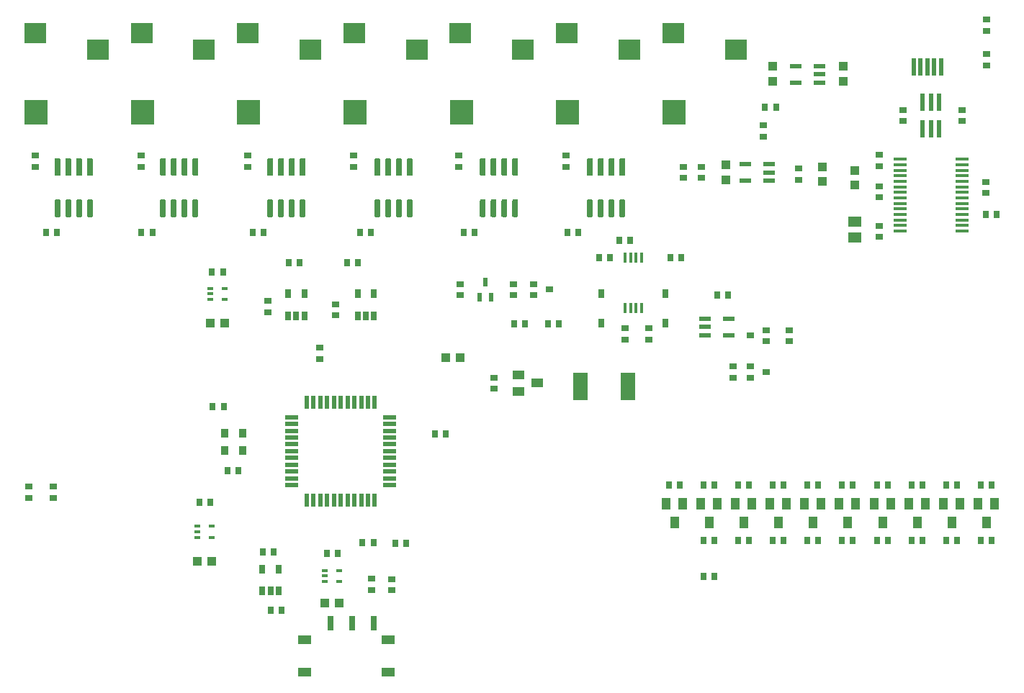
<source format=gbr>
G04 EAGLE Gerber RS-274X export*
G75*
%MOMM*%
%FSLAX34Y34*%
%LPD*%
%INSolderpaste Top*%
%IPPOS*%
%AMOC8*
5,1,8,0,0,1.08239X$1,22.5*%
G01*
%ADD10R,0.700000X0.900000*%
%ADD11R,0.900000X0.700000*%
%ADD12R,1.500000X1.300000*%
%ADD13R,0.600000X2.000000*%
%ADD14R,0.500000X2.000000*%
%ADD15R,1.000000X1.400000*%
%ADD16R,1.000000X1.100000*%
%ADD17R,1.408000X0.600000*%
%ADD18R,1.500000X0.400000*%
%ADD19R,0.690000X0.990000*%
%ADD20R,2.550000X2.400000*%
%ADD21R,2.750000X2.900000*%
%ADD22R,0.550000X1.550000*%
%ADD23R,1.550000X0.550000*%
%ADD24R,0.900000X1.100000*%
%ADD25R,0.600000X1.000000*%
%ADD26R,0.700000X1.700000*%
%ADD27R,1.550000X1.100000*%
%ADD28R,0.700000X0.400000*%
%ADD29R,1.400000X1.000000*%
%ADD30R,1.800000X3.200000*%
%ADD31R,0.783900X1.127200*%
%ADD32R,0.350000X1.200000*%

G36*
X146966Y603872D02*
X146966Y603872D01*
X146973Y603877D01*
X146977Y603873D01*
X147236Y603935D01*
X147240Y603940D01*
X147244Y603937D01*
X147491Y604039D01*
X147494Y604045D01*
X147498Y604043D01*
X147725Y604183D01*
X147727Y604188D01*
X147731Y604188D01*
X147934Y604361D01*
X147935Y604366D01*
X147940Y604366D01*
X148113Y604569D01*
X148113Y604575D01*
X148117Y604575D01*
X148257Y604802D01*
X148256Y604808D01*
X148261Y604809D01*
X148363Y605056D01*
X148361Y605062D01*
X148365Y605064D01*
X148427Y605323D01*
X148425Y605328D01*
X148428Y605330D01*
X148449Y605596D01*
X148447Y605599D01*
X148449Y605600D01*
X148449Y622900D01*
X148447Y622902D01*
X148449Y622904D01*
X148428Y623170D01*
X148424Y623174D01*
X148427Y623177D01*
X148365Y623436D01*
X148360Y623440D01*
X148363Y623444D01*
X148261Y623691D01*
X148255Y623694D01*
X148257Y623698D01*
X148117Y623925D01*
X148112Y623927D01*
X148113Y623931D01*
X147940Y624134D01*
X147934Y624135D01*
X147934Y624140D01*
X147731Y624313D01*
X147725Y624313D01*
X147725Y624317D01*
X147498Y624457D01*
X147492Y624456D01*
X147491Y624461D01*
X147244Y624563D01*
X147238Y624561D01*
X147236Y624565D01*
X146977Y624627D01*
X146972Y624625D01*
X146970Y624628D01*
X146704Y624649D01*
X146701Y624647D01*
X146700Y624649D01*
X143134Y624628D01*
X143127Y624623D01*
X143123Y624627D01*
X142864Y624565D01*
X142860Y624560D01*
X142856Y624563D01*
X142609Y624461D01*
X142606Y624455D01*
X142602Y624457D01*
X142375Y624317D01*
X142373Y624312D01*
X142369Y624313D01*
X142166Y624140D01*
X142165Y624134D01*
X142161Y624134D01*
X141988Y623931D01*
X141987Y623925D01*
X141983Y623925D01*
X141843Y623698D01*
X141844Y623692D01*
X141839Y623691D01*
X141737Y623444D01*
X141739Y623438D01*
X141735Y623436D01*
X141673Y623177D01*
X141675Y623172D01*
X141672Y623170D01*
X141651Y622904D01*
X141653Y622901D01*
X141651Y622900D01*
X141651Y605600D01*
X141653Y605598D01*
X141651Y605596D01*
X141672Y605330D01*
X141676Y605326D01*
X141673Y605323D01*
X141735Y605064D01*
X141740Y605060D01*
X141737Y605056D01*
X141839Y604809D01*
X141845Y604806D01*
X141843Y604802D01*
X141983Y604575D01*
X141988Y604573D01*
X141988Y604569D01*
X142161Y604366D01*
X142166Y604365D01*
X142166Y604361D01*
X142369Y604188D01*
X142375Y604187D01*
X142375Y604183D01*
X142602Y604043D01*
X142608Y604044D01*
X142609Y604039D01*
X142856Y603937D01*
X142862Y603939D01*
X142864Y603935D01*
X143123Y603873D01*
X143128Y603875D01*
X143130Y603872D01*
X143396Y603851D01*
X143399Y603853D01*
X143400Y603851D01*
X146966Y603872D01*
G37*
G36*
X497566Y603872D02*
X497566Y603872D01*
X497573Y603877D01*
X497577Y603873D01*
X497836Y603935D01*
X497840Y603940D01*
X497844Y603937D01*
X498091Y604039D01*
X498094Y604045D01*
X498098Y604043D01*
X498325Y604183D01*
X498327Y604188D01*
X498331Y604188D01*
X498534Y604361D01*
X498535Y604366D01*
X498540Y604366D01*
X498713Y604569D01*
X498713Y604575D01*
X498717Y604575D01*
X498857Y604802D01*
X498856Y604808D01*
X498861Y604809D01*
X498963Y605056D01*
X498961Y605062D01*
X498965Y605064D01*
X499027Y605323D01*
X499025Y605328D01*
X499028Y605330D01*
X499049Y605596D01*
X499047Y605599D01*
X499049Y605600D01*
X499049Y622900D01*
X499047Y622902D01*
X499049Y622904D01*
X499028Y623170D01*
X499024Y623174D01*
X499027Y623177D01*
X498965Y623436D01*
X498960Y623440D01*
X498963Y623444D01*
X498861Y623691D01*
X498855Y623694D01*
X498857Y623698D01*
X498717Y623925D01*
X498712Y623927D01*
X498713Y623931D01*
X498540Y624134D01*
X498534Y624135D01*
X498534Y624140D01*
X498331Y624313D01*
X498325Y624313D01*
X498325Y624317D01*
X498098Y624457D01*
X498092Y624456D01*
X498091Y624461D01*
X497844Y624563D01*
X497838Y624561D01*
X497836Y624565D01*
X497577Y624627D01*
X497572Y624625D01*
X497570Y624628D01*
X497304Y624649D01*
X497301Y624647D01*
X497300Y624649D01*
X493734Y624628D01*
X493727Y624623D01*
X493723Y624627D01*
X493464Y624565D01*
X493460Y624560D01*
X493456Y624563D01*
X493209Y624461D01*
X493206Y624455D01*
X493202Y624457D01*
X492975Y624317D01*
X492973Y624312D01*
X492969Y624313D01*
X492766Y624140D01*
X492765Y624134D01*
X492761Y624134D01*
X492588Y623931D01*
X492587Y623925D01*
X492583Y623925D01*
X492443Y623698D01*
X492444Y623692D01*
X492439Y623691D01*
X492337Y623444D01*
X492339Y623438D01*
X492335Y623436D01*
X492273Y623177D01*
X492275Y623172D01*
X492272Y623170D01*
X492251Y622904D01*
X492253Y622901D01*
X492251Y622900D01*
X492251Y605600D01*
X492253Y605598D01*
X492251Y605596D01*
X492272Y605330D01*
X492276Y605326D01*
X492273Y605323D01*
X492335Y605064D01*
X492340Y605060D01*
X492337Y605056D01*
X492439Y604809D01*
X492445Y604806D01*
X492443Y604802D01*
X492583Y604575D01*
X492588Y604573D01*
X492588Y604569D01*
X492761Y604366D01*
X492766Y604365D01*
X492766Y604361D01*
X492969Y604188D01*
X492975Y604187D01*
X492975Y604183D01*
X493202Y604043D01*
X493208Y604044D01*
X493209Y604039D01*
X493456Y603937D01*
X493462Y603939D01*
X493464Y603935D01*
X493723Y603873D01*
X493728Y603875D01*
X493730Y603872D01*
X493996Y603851D01*
X493999Y603853D01*
X494000Y603851D01*
X497566Y603872D01*
G37*
G36*
X358866Y603872D02*
X358866Y603872D01*
X358873Y603877D01*
X358877Y603873D01*
X359136Y603935D01*
X359140Y603940D01*
X359144Y603937D01*
X359391Y604039D01*
X359394Y604045D01*
X359398Y604043D01*
X359625Y604183D01*
X359627Y604188D01*
X359631Y604188D01*
X359834Y604361D01*
X359835Y604366D01*
X359840Y604366D01*
X360013Y604569D01*
X360013Y604575D01*
X360017Y604575D01*
X360157Y604802D01*
X360156Y604808D01*
X360161Y604809D01*
X360263Y605056D01*
X360261Y605062D01*
X360265Y605064D01*
X360327Y605323D01*
X360325Y605328D01*
X360328Y605330D01*
X360349Y605596D01*
X360347Y605599D01*
X360349Y605600D01*
X360349Y622900D01*
X360347Y622902D01*
X360349Y622904D01*
X360328Y623170D01*
X360324Y623174D01*
X360327Y623177D01*
X360265Y623436D01*
X360260Y623440D01*
X360263Y623444D01*
X360161Y623691D01*
X360155Y623694D01*
X360157Y623698D01*
X360017Y623925D01*
X360012Y623927D01*
X360013Y623931D01*
X359840Y624134D01*
X359834Y624135D01*
X359834Y624140D01*
X359631Y624313D01*
X359625Y624313D01*
X359625Y624317D01*
X359398Y624457D01*
X359392Y624456D01*
X359391Y624461D01*
X359144Y624563D01*
X359138Y624561D01*
X359136Y624565D01*
X358877Y624627D01*
X358872Y624625D01*
X358870Y624628D01*
X358604Y624649D01*
X358601Y624647D01*
X358600Y624649D01*
X355034Y624628D01*
X355027Y624623D01*
X355023Y624627D01*
X354764Y624565D01*
X354760Y624560D01*
X354756Y624563D01*
X354509Y624461D01*
X354506Y624455D01*
X354502Y624457D01*
X354275Y624317D01*
X354273Y624312D01*
X354269Y624313D01*
X354066Y624140D01*
X354065Y624134D01*
X354061Y624134D01*
X353888Y623931D01*
X353887Y623925D01*
X353883Y623925D01*
X353743Y623698D01*
X353744Y623692D01*
X353739Y623691D01*
X353637Y623444D01*
X353639Y623438D01*
X353635Y623436D01*
X353573Y623177D01*
X353575Y623172D01*
X353572Y623170D01*
X353551Y622904D01*
X353553Y622901D01*
X353551Y622900D01*
X353551Y605600D01*
X353553Y605598D01*
X353551Y605596D01*
X353572Y605330D01*
X353576Y605326D01*
X353573Y605323D01*
X353635Y605064D01*
X353640Y605060D01*
X353637Y605056D01*
X353739Y604809D01*
X353745Y604806D01*
X353743Y604802D01*
X353883Y604575D01*
X353888Y604573D01*
X353888Y604569D01*
X354061Y604366D01*
X354066Y604365D01*
X354066Y604361D01*
X354269Y604188D01*
X354275Y604187D01*
X354275Y604183D01*
X354502Y604043D01*
X354508Y604044D01*
X354509Y604039D01*
X354756Y603937D01*
X354762Y603939D01*
X354764Y603935D01*
X355023Y603873D01*
X355028Y603875D01*
X355030Y603872D01*
X355296Y603851D01*
X355299Y603853D01*
X355300Y603851D01*
X358866Y603872D01*
G37*
G36*
X734866Y603872D02*
X734866Y603872D01*
X734873Y603877D01*
X734877Y603873D01*
X735136Y603935D01*
X735140Y603940D01*
X735144Y603937D01*
X735391Y604039D01*
X735394Y604045D01*
X735398Y604043D01*
X735625Y604183D01*
X735627Y604188D01*
X735631Y604188D01*
X735834Y604361D01*
X735835Y604366D01*
X735840Y604366D01*
X736013Y604569D01*
X736013Y604575D01*
X736017Y604575D01*
X736157Y604802D01*
X736156Y604808D01*
X736161Y604809D01*
X736263Y605056D01*
X736261Y605062D01*
X736265Y605064D01*
X736327Y605323D01*
X736325Y605328D01*
X736328Y605330D01*
X736349Y605596D01*
X736347Y605599D01*
X736349Y605600D01*
X736349Y622900D01*
X736347Y622902D01*
X736349Y622904D01*
X736328Y623170D01*
X736324Y623174D01*
X736327Y623177D01*
X736265Y623436D01*
X736260Y623440D01*
X736263Y623444D01*
X736161Y623691D01*
X736155Y623694D01*
X736157Y623698D01*
X736017Y623925D01*
X736012Y623927D01*
X736013Y623931D01*
X735840Y624134D01*
X735834Y624135D01*
X735834Y624140D01*
X735631Y624313D01*
X735625Y624313D01*
X735625Y624317D01*
X735398Y624457D01*
X735392Y624456D01*
X735391Y624461D01*
X735144Y624563D01*
X735138Y624561D01*
X735136Y624565D01*
X734877Y624627D01*
X734872Y624625D01*
X734870Y624628D01*
X734604Y624649D01*
X734601Y624647D01*
X734600Y624649D01*
X731034Y624628D01*
X731027Y624623D01*
X731023Y624627D01*
X730764Y624565D01*
X730760Y624560D01*
X730756Y624563D01*
X730509Y624461D01*
X730506Y624455D01*
X730502Y624457D01*
X730275Y624317D01*
X730273Y624312D01*
X730269Y624313D01*
X730066Y624140D01*
X730065Y624134D01*
X730061Y624134D01*
X729888Y623931D01*
X729887Y623925D01*
X729883Y623925D01*
X729743Y623698D01*
X729744Y623692D01*
X729739Y623691D01*
X729637Y623444D01*
X729639Y623438D01*
X729635Y623436D01*
X729573Y623177D01*
X729575Y623172D01*
X729572Y623170D01*
X729551Y622904D01*
X729553Y622901D01*
X729551Y622900D01*
X729551Y605600D01*
X729553Y605598D01*
X729551Y605596D01*
X729572Y605330D01*
X729576Y605326D01*
X729573Y605323D01*
X729635Y605064D01*
X729640Y605060D01*
X729637Y605056D01*
X729739Y604809D01*
X729745Y604806D01*
X729743Y604802D01*
X729883Y604575D01*
X729888Y604573D01*
X729888Y604569D01*
X730061Y604366D01*
X730066Y604365D01*
X730066Y604361D01*
X730269Y604188D01*
X730275Y604187D01*
X730275Y604183D01*
X730502Y604043D01*
X730508Y604044D01*
X730509Y604039D01*
X730756Y603937D01*
X730762Y603939D01*
X730764Y603935D01*
X731023Y603873D01*
X731028Y603875D01*
X731030Y603872D01*
X731296Y603851D01*
X731299Y603853D01*
X731300Y603851D01*
X734866Y603872D01*
G37*
G36*
X484866Y603872D02*
X484866Y603872D01*
X484873Y603877D01*
X484877Y603873D01*
X485136Y603935D01*
X485140Y603940D01*
X485144Y603937D01*
X485391Y604039D01*
X485394Y604045D01*
X485398Y604043D01*
X485625Y604183D01*
X485627Y604188D01*
X485631Y604188D01*
X485834Y604361D01*
X485835Y604366D01*
X485840Y604366D01*
X486013Y604569D01*
X486013Y604575D01*
X486017Y604575D01*
X486157Y604802D01*
X486156Y604808D01*
X486161Y604809D01*
X486263Y605056D01*
X486261Y605062D01*
X486265Y605064D01*
X486327Y605323D01*
X486325Y605328D01*
X486328Y605330D01*
X486349Y605596D01*
X486347Y605599D01*
X486349Y605600D01*
X486349Y622900D01*
X486347Y622902D01*
X486349Y622904D01*
X486328Y623170D01*
X486324Y623174D01*
X486327Y623177D01*
X486265Y623436D01*
X486260Y623440D01*
X486263Y623444D01*
X486161Y623691D01*
X486155Y623694D01*
X486157Y623698D01*
X486017Y623925D01*
X486012Y623927D01*
X486013Y623931D01*
X485840Y624134D01*
X485834Y624135D01*
X485834Y624140D01*
X485631Y624313D01*
X485625Y624313D01*
X485625Y624317D01*
X485398Y624457D01*
X485392Y624456D01*
X485391Y624461D01*
X485144Y624563D01*
X485138Y624561D01*
X485136Y624565D01*
X484877Y624627D01*
X484872Y624625D01*
X484870Y624628D01*
X484604Y624649D01*
X484601Y624647D01*
X484600Y624649D01*
X481034Y624628D01*
X481027Y624623D01*
X481023Y624627D01*
X480764Y624565D01*
X480760Y624560D01*
X480756Y624563D01*
X480509Y624461D01*
X480506Y624455D01*
X480502Y624457D01*
X480275Y624317D01*
X480273Y624312D01*
X480269Y624313D01*
X480066Y624140D01*
X480065Y624134D01*
X480061Y624134D01*
X479888Y623931D01*
X479887Y623925D01*
X479883Y623925D01*
X479743Y623698D01*
X479744Y623692D01*
X479739Y623691D01*
X479637Y623444D01*
X479639Y623438D01*
X479635Y623436D01*
X479573Y623177D01*
X479575Y623172D01*
X479572Y623170D01*
X479551Y622904D01*
X479553Y622901D01*
X479551Y622900D01*
X479551Y605600D01*
X479553Y605598D01*
X479551Y605596D01*
X479572Y605330D01*
X479576Y605326D01*
X479573Y605323D01*
X479635Y605064D01*
X479640Y605060D01*
X479637Y605056D01*
X479739Y604809D01*
X479745Y604806D01*
X479743Y604802D01*
X479883Y604575D01*
X479888Y604573D01*
X479888Y604569D01*
X480061Y604366D01*
X480066Y604365D01*
X480066Y604361D01*
X480269Y604188D01*
X480275Y604187D01*
X480275Y604183D01*
X480502Y604043D01*
X480508Y604044D01*
X480509Y604039D01*
X480756Y603937D01*
X480762Y603939D01*
X480764Y603935D01*
X481023Y603873D01*
X481028Y603875D01*
X481030Y603872D01*
X481296Y603851D01*
X481299Y603853D01*
X481300Y603851D01*
X484866Y603872D01*
G37*
G36*
X245566Y603872D02*
X245566Y603872D01*
X245573Y603877D01*
X245577Y603873D01*
X245836Y603935D01*
X245840Y603940D01*
X245844Y603937D01*
X246091Y604039D01*
X246094Y604045D01*
X246098Y604043D01*
X246325Y604183D01*
X246327Y604188D01*
X246331Y604188D01*
X246534Y604361D01*
X246535Y604366D01*
X246540Y604366D01*
X246713Y604569D01*
X246713Y604575D01*
X246717Y604575D01*
X246857Y604802D01*
X246856Y604808D01*
X246861Y604809D01*
X246963Y605056D01*
X246961Y605062D01*
X246965Y605064D01*
X247027Y605323D01*
X247025Y605328D01*
X247028Y605330D01*
X247049Y605596D01*
X247047Y605599D01*
X247049Y605600D01*
X247049Y622900D01*
X247047Y622902D01*
X247049Y622904D01*
X247028Y623170D01*
X247024Y623174D01*
X247027Y623177D01*
X246965Y623436D01*
X246960Y623440D01*
X246963Y623444D01*
X246861Y623691D01*
X246855Y623694D01*
X246857Y623698D01*
X246717Y623925D01*
X246712Y623927D01*
X246713Y623931D01*
X246540Y624134D01*
X246534Y624135D01*
X246534Y624140D01*
X246331Y624313D01*
X246325Y624313D01*
X246325Y624317D01*
X246098Y624457D01*
X246092Y624456D01*
X246091Y624461D01*
X245844Y624563D01*
X245838Y624561D01*
X245836Y624565D01*
X245577Y624627D01*
X245572Y624625D01*
X245570Y624628D01*
X245304Y624649D01*
X245301Y624647D01*
X245300Y624649D01*
X241734Y624628D01*
X241727Y624623D01*
X241723Y624627D01*
X241464Y624565D01*
X241460Y624560D01*
X241456Y624563D01*
X241209Y624461D01*
X241206Y624455D01*
X241202Y624457D01*
X240975Y624317D01*
X240973Y624312D01*
X240969Y624313D01*
X240766Y624140D01*
X240765Y624134D01*
X240761Y624134D01*
X240588Y623931D01*
X240587Y623925D01*
X240583Y623925D01*
X240443Y623698D01*
X240444Y623692D01*
X240439Y623691D01*
X240337Y623444D01*
X240339Y623438D01*
X240335Y623436D01*
X240273Y623177D01*
X240275Y623172D01*
X240272Y623170D01*
X240251Y622904D01*
X240253Y622901D01*
X240251Y622900D01*
X240251Y605600D01*
X240253Y605598D01*
X240251Y605596D01*
X240272Y605330D01*
X240276Y605326D01*
X240273Y605323D01*
X240335Y605064D01*
X240340Y605060D01*
X240337Y605056D01*
X240439Y604809D01*
X240445Y604806D01*
X240443Y604802D01*
X240583Y604575D01*
X240588Y604573D01*
X240588Y604569D01*
X240761Y604366D01*
X240766Y604365D01*
X240766Y604361D01*
X240969Y604188D01*
X240975Y604187D01*
X240975Y604183D01*
X241202Y604043D01*
X241208Y604044D01*
X241209Y604039D01*
X241456Y603937D01*
X241462Y603939D01*
X241464Y603935D01*
X241723Y603873D01*
X241728Y603875D01*
X241730Y603872D01*
X241996Y603851D01*
X241999Y603853D01*
X242000Y603851D01*
X245566Y603872D01*
G37*
G36*
X134266Y603872D02*
X134266Y603872D01*
X134273Y603877D01*
X134277Y603873D01*
X134536Y603935D01*
X134540Y603940D01*
X134544Y603937D01*
X134791Y604039D01*
X134794Y604045D01*
X134798Y604043D01*
X135025Y604183D01*
X135027Y604188D01*
X135031Y604188D01*
X135234Y604361D01*
X135235Y604366D01*
X135240Y604366D01*
X135413Y604569D01*
X135413Y604575D01*
X135417Y604575D01*
X135557Y604802D01*
X135556Y604808D01*
X135561Y604809D01*
X135663Y605056D01*
X135661Y605062D01*
X135665Y605064D01*
X135727Y605323D01*
X135725Y605328D01*
X135728Y605330D01*
X135749Y605596D01*
X135747Y605599D01*
X135749Y605600D01*
X135749Y622900D01*
X135747Y622902D01*
X135749Y622904D01*
X135728Y623170D01*
X135724Y623174D01*
X135727Y623177D01*
X135665Y623436D01*
X135660Y623440D01*
X135663Y623444D01*
X135561Y623691D01*
X135555Y623694D01*
X135557Y623698D01*
X135417Y623925D01*
X135412Y623927D01*
X135413Y623931D01*
X135240Y624134D01*
X135234Y624135D01*
X135234Y624140D01*
X135031Y624313D01*
X135025Y624313D01*
X135025Y624317D01*
X134798Y624457D01*
X134792Y624456D01*
X134791Y624461D01*
X134544Y624563D01*
X134538Y624561D01*
X134536Y624565D01*
X134277Y624627D01*
X134272Y624625D01*
X134270Y624628D01*
X134004Y624649D01*
X134001Y624647D01*
X134000Y624649D01*
X130434Y624628D01*
X130427Y624623D01*
X130423Y624627D01*
X130164Y624565D01*
X130160Y624560D01*
X130156Y624563D01*
X129909Y624461D01*
X129906Y624455D01*
X129902Y624457D01*
X129675Y624317D01*
X129673Y624312D01*
X129669Y624313D01*
X129466Y624140D01*
X129465Y624134D01*
X129461Y624134D01*
X129288Y623931D01*
X129287Y623925D01*
X129283Y623925D01*
X129143Y623698D01*
X129144Y623692D01*
X129139Y623691D01*
X129037Y623444D01*
X129039Y623438D01*
X129035Y623436D01*
X128973Y623177D01*
X128975Y623172D01*
X128972Y623170D01*
X128951Y622904D01*
X128953Y622901D01*
X128951Y622900D01*
X128951Y605600D01*
X128953Y605598D01*
X128951Y605596D01*
X128972Y605330D01*
X128976Y605326D01*
X128973Y605323D01*
X129035Y605064D01*
X129040Y605060D01*
X129037Y605056D01*
X129139Y604809D01*
X129145Y604806D01*
X129143Y604802D01*
X129283Y604575D01*
X129288Y604573D01*
X129288Y604569D01*
X129461Y604366D01*
X129466Y604365D01*
X129466Y604361D01*
X129669Y604188D01*
X129675Y604187D01*
X129675Y604183D01*
X129902Y604043D01*
X129908Y604044D01*
X129909Y604039D01*
X130156Y603937D01*
X130162Y603939D01*
X130164Y603935D01*
X130423Y603873D01*
X130428Y603875D01*
X130430Y603872D01*
X130696Y603851D01*
X130699Y603853D01*
X130700Y603851D01*
X134266Y603872D01*
G37*
G36*
X772966Y603872D02*
X772966Y603872D01*
X772973Y603877D01*
X772977Y603873D01*
X773236Y603935D01*
X773240Y603940D01*
X773244Y603937D01*
X773491Y604039D01*
X773494Y604045D01*
X773498Y604043D01*
X773725Y604183D01*
X773727Y604188D01*
X773731Y604188D01*
X773934Y604361D01*
X773935Y604366D01*
X773940Y604366D01*
X774113Y604569D01*
X774113Y604575D01*
X774117Y604575D01*
X774257Y604802D01*
X774256Y604808D01*
X774261Y604809D01*
X774363Y605056D01*
X774361Y605062D01*
X774365Y605064D01*
X774427Y605323D01*
X774425Y605328D01*
X774428Y605330D01*
X774449Y605596D01*
X774447Y605599D01*
X774449Y605600D01*
X774449Y622900D01*
X774447Y622902D01*
X774449Y622904D01*
X774428Y623170D01*
X774424Y623174D01*
X774427Y623177D01*
X774365Y623436D01*
X774360Y623440D01*
X774363Y623444D01*
X774261Y623691D01*
X774255Y623694D01*
X774257Y623698D01*
X774117Y623925D01*
X774112Y623927D01*
X774113Y623931D01*
X773940Y624134D01*
X773934Y624135D01*
X773934Y624140D01*
X773731Y624313D01*
X773725Y624313D01*
X773725Y624317D01*
X773498Y624457D01*
X773492Y624456D01*
X773491Y624461D01*
X773244Y624563D01*
X773238Y624561D01*
X773236Y624565D01*
X772977Y624627D01*
X772972Y624625D01*
X772970Y624628D01*
X772704Y624649D01*
X772701Y624647D01*
X772700Y624649D01*
X769134Y624628D01*
X769127Y624623D01*
X769123Y624627D01*
X768864Y624565D01*
X768860Y624560D01*
X768856Y624563D01*
X768609Y624461D01*
X768606Y624455D01*
X768602Y624457D01*
X768375Y624317D01*
X768373Y624312D01*
X768369Y624313D01*
X768166Y624140D01*
X768165Y624134D01*
X768161Y624134D01*
X767988Y623931D01*
X767987Y623925D01*
X767983Y623925D01*
X767843Y623698D01*
X767844Y623692D01*
X767839Y623691D01*
X767737Y623444D01*
X767739Y623438D01*
X767735Y623436D01*
X767673Y623177D01*
X767675Y623172D01*
X767672Y623170D01*
X767651Y622904D01*
X767653Y622901D01*
X767651Y622900D01*
X767651Y605600D01*
X767653Y605598D01*
X767651Y605596D01*
X767672Y605330D01*
X767676Y605326D01*
X767673Y605323D01*
X767735Y605064D01*
X767740Y605060D01*
X767737Y605056D01*
X767839Y604809D01*
X767845Y604806D01*
X767843Y604802D01*
X767983Y604575D01*
X767988Y604573D01*
X767988Y604569D01*
X768161Y604366D01*
X768166Y604365D01*
X768166Y604361D01*
X768369Y604188D01*
X768375Y604187D01*
X768375Y604183D01*
X768602Y604043D01*
X768608Y604044D01*
X768609Y604039D01*
X768856Y603937D01*
X768862Y603939D01*
X768864Y603935D01*
X769123Y603873D01*
X769128Y603875D01*
X769130Y603872D01*
X769396Y603851D01*
X769399Y603853D01*
X769400Y603851D01*
X772966Y603872D01*
G37*
G36*
X747566Y603872D02*
X747566Y603872D01*
X747573Y603877D01*
X747577Y603873D01*
X747836Y603935D01*
X747840Y603940D01*
X747844Y603937D01*
X748091Y604039D01*
X748094Y604045D01*
X748098Y604043D01*
X748325Y604183D01*
X748327Y604188D01*
X748331Y604188D01*
X748534Y604361D01*
X748535Y604366D01*
X748540Y604366D01*
X748713Y604569D01*
X748713Y604575D01*
X748717Y604575D01*
X748857Y604802D01*
X748856Y604808D01*
X748861Y604809D01*
X748963Y605056D01*
X748961Y605062D01*
X748965Y605064D01*
X749027Y605323D01*
X749025Y605328D01*
X749028Y605330D01*
X749049Y605596D01*
X749047Y605599D01*
X749049Y605600D01*
X749049Y622900D01*
X749047Y622902D01*
X749049Y622904D01*
X749028Y623170D01*
X749024Y623174D01*
X749027Y623177D01*
X748965Y623436D01*
X748960Y623440D01*
X748963Y623444D01*
X748861Y623691D01*
X748855Y623694D01*
X748857Y623698D01*
X748717Y623925D01*
X748712Y623927D01*
X748713Y623931D01*
X748540Y624134D01*
X748534Y624135D01*
X748534Y624140D01*
X748331Y624313D01*
X748325Y624313D01*
X748325Y624317D01*
X748098Y624457D01*
X748092Y624456D01*
X748091Y624461D01*
X747844Y624563D01*
X747838Y624561D01*
X747836Y624565D01*
X747577Y624627D01*
X747572Y624625D01*
X747570Y624628D01*
X747304Y624649D01*
X747301Y624647D01*
X747300Y624649D01*
X743734Y624628D01*
X743727Y624623D01*
X743723Y624627D01*
X743464Y624565D01*
X743460Y624560D01*
X743456Y624563D01*
X743209Y624461D01*
X743206Y624455D01*
X743202Y624457D01*
X742975Y624317D01*
X742973Y624312D01*
X742969Y624313D01*
X742766Y624140D01*
X742765Y624134D01*
X742761Y624134D01*
X742588Y623931D01*
X742587Y623925D01*
X742583Y623925D01*
X742443Y623698D01*
X742444Y623692D01*
X742439Y623691D01*
X742337Y623444D01*
X742339Y623438D01*
X742335Y623436D01*
X742273Y623177D01*
X742275Y623172D01*
X742272Y623170D01*
X742251Y622904D01*
X742253Y622901D01*
X742251Y622900D01*
X742251Y605600D01*
X742253Y605598D01*
X742251Y605596D01*
X742272Y605330D01*
X742276Y605326D01*
X742273Y605323D01*
X742335Y605064D01*
X742340Y605060D01*
X742337Y605056D01*
X742439Y604809D01*
X742445Y604806D01*
X742443Y604802D01*
X742583Y604575D01*
X742588Y604573D01*
X742588Y604569D01*
X742761Y604366D01*
X742766Y604365D01*
X742766Y604361D01*
X742969Y604188D01*
X742975Y604187D01*
X742975Y604183D01*
X743202Y604043D01*
X743208Y604044D01*
X743209Y604039D01*
X743456Y603937D01*
X743462Y603939D01*
X743464Y603935D01*
X743723Y603873D01*
X743728Y603875D01*
X743730Y603872D01*
X743996Y603851D01*
X743999Y603853D01*
X744000Y603851D01*
X747566Y603872D01*
G37*
G36*
X108866Y603872D02*
X108866Y603872D01*
X108873Y603877D01*
X108877Y603873D01*
X109136Y603935D01*
X109140Y603940D01*
X109144Y603937D01*
X109391Y604039D01*
X109394Y604045D01*
X109398Y604043D01*
X109625Y604183D01*
X109627Y604188D01*
X109631Y604188D01*
X109834Y604361D01*
X109835Y604366D01*
X109840Y604366D01*
X110013Y604569D01*
X110013Y604575D01*
X110017Y604575D01*
X110157Y604802D01*
X110156Y604808D01*
X110161Y604809D01*
X110263Y605056D01*
X110261Y605062D01*
X110265Y605064D01*
X110327Y605323D01*
X110325Y605328D01*
X110328Y605330D01*
X110349Y605596D01*
X110347Y605599D01*
X110349Y605600D01*
X110349Y622900D01*
X110347Y622902D01*
X110349Y622904D01*
X110328Y623170D01*
X110324Y623174D01*
X110327Y623177D01*
X110265Y623436D01*
X110260Y623440D01*
X110263Y623444D01*
X110161Y623691D01*
X110155Y623694D01*
X110157Y623698D01*
X110017Y623925D01*
X110012Y623927D01*
X110013Y623931D01*
X109840Y624134D01*
X109834Y624135D01*
X109834Y624140D01*
X109631Y624313D01*
X109625Y624313D01*
X109625Y624317D01*
X109398Y624457D01*
X109392Y624456D01*
X109391Y624461D01*
X109144Y624563D01*
X109138Y624561D01*
X109136Y624565D01*
X108877Y624627D01*
X108872Y624625D01*
X108870Y624628D01*
X108604Y624649D01*
X108601Y624647D01*
X108600Y624649D01*
X105034Y624628D01*
X105027Y624623D01*
X105023Y624627D01*
X104764Y624565D01*
X104760Y624560D01*
X104756Y624563D01*
X104509Y624461D01*
X104506Y624455D01*
X104502Y624457D01*
X104275Y624317D01*
X104273Y624312D01*
X104269Y624313D01*
X104066Y624140D01*
X104065Y624134D01*
X104061Y624134D01*
X103888Y623931D01*
X103887Y623925D01*
X103883Y623925D01*
X103743Y623698D01*
X103744Y623692D01*
X103739Y623691D01*
X103637Y623444D01*
X103639Y623438D01*
X103635Y623436D01*
X103573Y623177D01*
X103575Y623172D01*
X103572Y623170D01*
X103551Y622904D01*
X103553Y622901D01*
X103551Y622900D01*
X103551Y605600D01*
X103553Y605598D01*
X103551Y605596D01*
X103572Y605330D01*
X103576Y605326D01*
X103573Y605323D01*
X103635Y605064D01*
X103640Y605060D01*
X103637Y605056D01*
X103739Y604809D01*
X103745Y604806D01*
X103743Y604802D01*
X103883Y604575D01*
X103888Y604573D01*
X103888Y604569D01*
X104061Y604366D01*
X104066Y604365D01*
X104066Y604361D01*
X104269Y604188D01*
X104275Y604187D01*
X104275Y604183D01*
X104502Y604043D01*
X104508Y604044D01*
X104509Y604039D01*
X104756Y603937D01*
X104762Y603939D01*
X104764Y603935D01*
X105023Y603873D01*
X105028Y603875D01*
X105030Y603872D01*
X105296Y603851D01*
X105299Y603853D01*
X105300Y603851D01*
X108866Y603872D01*
G37*
G36*
X760266Y603872D02*
X760266Y603872D01*
X760273Y603877D01*
X760277Y603873D01*
X760536Y603935D01*
X760540Y603940D01*
X760544Y603937D01*
X760791Y604039D01*
X760794Y604045D01*
X760798Y604043D01*
X761025Y604183D01*
X761027Y604188D01*
X761031Y604188D01*
X761234Y604361D01*
X761235Y604366D01*
X761240Y604366D01*
X761413Y604569D01*
X761413Y604575D01*
X761417Y604575D01*
X761557Y604802D01*
X761556Y604808D01*
X761561Y604809D01*
X761663Y605056D01*
X761661Y605062D01*
X761665Y605064D01*
X761727Y605323D01*
X761725Y605328D01*
X761728Y605330D01*
X761749Y605596D01*
X761747Y605599D01*
X761749Y605600D01*
X761749Y622900D01*
X761747Y622902D01*
X761749Y622904D01*
X761728Y623170D01*
X761724Y623174D01*
X761727Y623177D01*
X761665Y623436D01*
X761660Y623440D01*
X761663Y623444D01*
X761561Y623691D01*
X761555Y623694D01*
X761557Y623698D01*
X761417Y623925D01*
X761412Y623927D01*
X761413Y623931D01*
X761240Y624134D01*
X761234Y624135D01*
X761234Y624140D01*
X761031Y624313D01*
X761025Y624313D01*
X761025Y624317D01*
X760798Y624457D01*
X760792Y624456D01*
X760791Y624461D01*
X760544Y624563D01*
X760538Y624561D01*
X760536Y624565D01*
X760277Y624627D01*
X760272Y624625D01*
X760270Y624628D01*
X760004Y624649D01*
X760001Y624647D01*
X760000Y624649D01*
X756434Y624628D01*
X756427Y624623D01*
X756423Y624627D01*
X756164Y624565D01*
X756160Y624560D01*
X756156Y624563D01*
X755909Y624461D01*
X755906Y624455D01*
X755902Y624457D01*
X755675Y624317D01*
X755673Y624312D01*
X755669Y624313D01*
X755466Y624140D01*
X755465Y624134D01*
X755461Y624134D01*
X755288Y623931D01*
X755287Y623925D01*
X755283Y623925D01*
X755143Y623698D01*
X755144Y623692D01*
X755139Y623691D01*
X755037Y623444D01*
X755039Y623438D01*
X755035Y623436D01*
X754973Y623177D01*
X754975Y623172D01*
X754972Y623170D01*
X754951Y622904D01*
X754953Y622901D01*
X754951Y622900D01*
X754951Y605600D01*
X754953Y605598D01*
X754951Y605596D01*
X754972Y605330D01*
X754976Y605326D01*
X754973Y605323D01*
X755035Y605064D01*
X755040Y605060D01*
X755037Y605056D01*
X755139Y604809D01*
X755145Y604806D01*
X755143Y604802D01*
X755283Y604575D01*
X755288Y604573D01*
X755288Y604569D01*
X755461Y604366D01*
X755466Y604365D01*
X755466Y604361D01*
X755669Y604188D01*
X755675Y604187D01*
X755675Y604183D01*
X755902Y604043D01*
X755908Y604044D01*
X755909Y604039D01*
X756156Y603937D01*
X756162Y603939D01*
X756164Y603935D01*
X756423Y603873D01*
X756428Y603875D01*
X756430Y603872D01*
X756696Y603851D01*
X756699Y603853D01*
X756700Y603851D01*
X760266Y603872D01*
G37*
G36*
X608866Y603872D02*
X608866Y603872D01*
X608873Y603877D01*
X608877Y603873D01*
X609136Y603935D01*
X609140Y603940D01*
X609144Y603937D01*
X609391Y604039D01*
X609394Y604045D01*
X609398Y604043D01*
X609625Y604183D01*
X609627Y604188D01*
X609631Y604188D01*
X609834Y604361D01*
X609835Y604366D01*
X609840Y604366D01*
X610013Y604569D01*
X610013Y604575D01*
X610017Y604575D01*
X610157Y604802D01*
X610156Y604808D01*
X610161Y604809D01*
X610263Y605056D01*
X610261Y605062D01*
X610265Y605064D01*
X610327Y605323D01*
X610325Y605328D01*
X610328Y605330D01*
X610349Y605596D01*
X610347Y605599D01*
X610349Y605600D01*
X610349Y622900D01*
X610347Y622902D01*
X610349Y622904D01*
X610328Y623170D01*
X610324Y623174D01*
X610327Y623177D01*
X610265Y623436D01*
X610260Y623440D01*
X610263Y623444D01*
X610161Y623691D01*
X610155Y623694D01*
X610157Y623698D01*
X610017Y623925D01*
X610012Y623927D01*
X610013Y623931D01*
X609840Y624134D01*
X609834Y624135D01*
X609834Y624140D01*
X609631Y624313D01*
X609625Y624313D01*
X609625Y624317D01*
X609398Y624457D01*
X609392Y624456D01*
X609391Y624461D01*
X609144Y624563D01*
X609138Y624561D01*
X609136Y624565D01*
X608877Y624627D01*
X608872Y624625D01*
X608870Y624628D01*
X608604Y624649D01*
X608601Y624647D01*
X608600Y624649D01*
X605034Y624628D01*
X605027Y624623D01*
X605023Y624627D01*
X604764Y624565D01*
X604760Y624560D01*
X604756Y624563D01*
X604509Y624461D01*
X604506Y624455D01*
X604502Y624457D01*
X604275Y624317D01*
X604273Y624312D01*
X604269Y624313D01*
X604066Y624140D01*
X604065Y624134D01*
X604061Y624134D01*
X603888Y623931D01*
X603887Y623925D01*
X603883Y623925D01*
X603743Y623698D01*
X603744Y623692D01*
X603739Y623691D01*
X603637Y623444D01*
X603639Y623438D01*
X603635Y623436D01*
X603573Y623177D01*
X603575Y623172D01*
X603572Y623170D01*
X603551Y622904D01*
X603553Y622901D01*
X603551Y622900D01*
X603551Y605600D01*
X603553Y605598D01*
X603551Y605596D01*
X603572Y605330D01*
X603576Y605326D01*
X603573Y605323D01*
X603635Y605064D01*
X603640Y605060D01*
X603637Y605056D01*
X603739Y604809D01*
X603745Y604806D01*
X603743Y604802D01*
X603883Y604575D01*
X603888Y604573D01*
X603888Y604569D01*
X604061Y604366D01*
X604066Y604365D01*
X604066Y604361D01*
X604269Y604188D01*
X604275Y604187D01*
X604275Y604183D01*
X604502Y604043D01*
X604508Y604044D01*
X604509Y604039D01*
X604756Y603937D01*
X604762Y603939D01*
X604764Y603935D01*
X605023Y603873D01*
X605028Y603875D01*
X605030Y603872D01*
X605296Y603851D01*
X605299Y603853D01*
X605300Y603851D01*
X608866Y603872D01*
G37*
G36*
X121566Y603872D02*
X121566Y603872D01*
X121573Y603877D01*
X121577Y603873D01*
X121836Y603935D01*
X121840Y603940D01*
X121844Y603937D01*
X122091Y604039D01*
X122094Y604045D01*
X122098Y604043D01*
X122325Y604183D01*
X122327Y604188D01*
X122331Y604188D01*
X122534Y604361D01*
X122535Y604366D01*
X122540Y604366D01*
X122713Y604569D01*
X122713Y604575D01*
X122717Y604575D01*
X122857Y604802D01*
X122856Y604808D01*
X122861Y604809D01*
X122963Y605056D01*
X122961Y605062D01*
X122965Y605064D01*
X123027Y605323D01*
X123025Y605328D01*
X123028Y605330D01*
X123049Y605596D01*
X123047Y605599D01*
X123049Y605600D01*
X123049Y622900D01*
X123047Y622902D01*
X123049Y622904D01*
X123028Y623170D01*
X123024Y623174D01*
X123027Y623177D01*
X122965Y623436D01*
X122960Y623440D01*
X122963Y623444D01*
X122861Y623691D01*
X122855Y623694D01*
X122857Y623698D01*
X122717Y623925D01*
X122712Y623927D01*
X122713Y623931D01*
X122540Y624134D01*
X122534Y624135D01*
X122534Y624140D01*
X122331Y624313D01*
X122325Y624313D01*
X122325Y624317D01*
X122098Y624457D01*
X122092Y624456D01*
X122091Y624461D01*
X121844Y624563D01*
X121838Y624561D01*
X121836Y624565D01*
X121577Y624627D01*
X121572Y624625D01*
X121570Y624628D01*
X121304Y624649D01*
X121301Y624647D01*
X121300Y624649D01*
X117734Y624628D01*
X117727Y624623D01*
X117723Y624627D01*
X117464Y624565D01*
X117460Y624560D01*
X117456Y624563D01*
X117209Y624461D01*
X117206Y624455D01*
X117202Y624457D01*
X116975Y624317D01*
X116973Y624312D01*
X116969Y624313D01*
X116766Y624140D01*
X116765Y624134D01*
X116761Y624134D01*
X116588Y623931D01*
X116587Y623925D01*
X116583Y623925D01*
X116443Y623698D01*
X116444Y623692D01*
X116439Y623691D01*
X116337Y623444D01*
X116339Y623438D01*
X116335Y623436D01*
X116273Y623177D01*
X116275Y623172D01*
X116272Y623170D01*
X116251Y622904D01*
X116253Y622901D01*
X116251Y622900D01*
X116251Y605600D01*
X116253Y605598D01*
X116251Y605596D01*
X116272Y605330D01*
X116276Y605326D01*
X116273Y605323D01*
X116335Y605064D01*
X116340Y605060D01*
X116337Y605056D01*
X116439Y604809D01*
X116445Y604806D01*
X116443Y604802D01*
X116583Y604575D01*
X116588Y604573D01*
X116588Y604569D01*
X116761Y604366D01*
X116766Y604365D01*
X116766Y604361D01*
X116969Y604188D01*
X116975Y604187D01*
X116975Y604183D01*
X117202Y604043D01*
X117208Y604044D01*
X117209Y604039D01*
X117456Y603937D01*
X117462Y603939D01*
X117464Y603935D01*
X117723Y603873D01*
X117728Y603875D01*
X117730Y603872D01*
X117996Y603851D01*
X117999Y603853D01*
X118000Y603851D01*
X121566Y603872D01*
G37*
G36*
X510266Y603872D02*
X510266Y603872D01*
X510273Y603877D01*
X510277Y603873D01*
X510536Y603935D01*
X510540Y603940D01*
X510544Y603937D01*
X510791Y604039D01*
X510794Y604045D01*
X510798Y604043D01*
X511025Y604183D01*
X511027Y604188D01*
X511031Y604188D01*
X511234Y604361D01*
X511235Y604366D01*
X511240Y604366D01*
X511413Y604569D01*
X511413Y604575D01*
X511417Y604575D01*
X511557Y604802D01*
X511556Y604808D01*
X511561Y604809D01*
X511663Y605056D01*
X511661Y605062D01*
X511665Y605064D01*
X511727Y605323D01*
X511725Y605328D01*
X511728Y605330D01*
X511749Y605596D01*
X511747Y605599D01*
X511749Y605600D01*
X511749Y622900D01*
X511747Y622902D01*
X511749Y622904D01*
X511728Y623170D01*
X511724Y623174D01*
X511727Y623177D01*
X511665Y623436D01*
X511660Y623440D01*
X511663Y623444D01*
X511561Y623691D01*
X511555Y623694D01*
X511557Y623698D01*
X511417Y623925D01*
X511412Y623927D01*
X511413Y623931D01*
X511240Y624134D01*
X511234Y624135D01*
X511234Y624140D01*
X511031Y624313D01*
X511025Y624313D01*
X511025Y624317D01*
X510798Y624457D01*
X510792Y624456D01*
X510791Y624461D01*
X510544Y624563D01*
X510538Y624561D01*
X510536Y624565D01*
X510277Y624627D01*
X510272Y624625D01*
X510270Y624628D01*
X510004Y624649D01*
X510001Y624647D01*
X510000Y624649D01*
X506434Y624628D01*
X506427Y624623D01*
X506423Y624627D01*
X506164Y624565D01*
X506160Y624560D01*
X506156Y624563D01*
X505909Y624461D01*
X505906Y624455D01*
X505902Y624457D01*
X505675Y624317D01*
X505673Y624312D01*
X505669Y624313D01*
X505466Y624140D01*
X505465Y624134D01*
X505461Y624134D01*
X505288Y623931D01*
X505287Y623925D01*
X505283Y623925D01*
X505143Y623698D01*
X505144Y623692D01*
X505139Y623691D01*
X505037Y623444D01*
X505039Y623438D01*
X505035Y623436D01*
X504973Y623177D01*
X504975Y623172D01*
X504972Y623170D01*
X504951Y622904D01*
X504953Y622901D01*
X504951Y622900D01*
X504951Y605600D01*
X504953Y605598D01*
X504951Y605596D01*
X504972Y605330D01*
X504976Y605326D01*
X504973Y605323D01*
X505035Y605064D01*
X505040Y605060D01*
X505037Y605056D01*
X505139Y604809D01*
X505145Y604806D01*
X505143Y604802D01*
X505283Y604575D01*
X505288Y604573D01*
X505288Y604569D01*
X505461Y604366D01*
X505466Y604365D01*
X505466Y604361D01*
X505669Y604188D01*
X505675Y604187D01*
X505675Y604183D01*
X505902Y604043D01*
X505908Y604044D01*
X505909Y604039D01*
X506156Y603937D01*
X506162Y603939D01*
X506164Y603935D01*
X506423Y603873D01*
X506428Y603875D01*
X506430Y603872D01*
X506696Y603851D01*
X506699Y603853D01*
X506700Y603851D01*
X510266Y603872D01*
G37*
G36*
X384266Y603872D02*
X384266Y603872D01*
X384273Y603877D01*
X384277Y603873D01*
X384536Y603935D01*
X384540Y603940D01*
X384544Y603937D01*
X384791Y604039D01*
X384794Y604045D01*
X384798Y604043D01*
X385025Y604183D01*
X385027Y604188D01*
X385031Y604188D01*
X385234Y604361D01*
X385235Y604366D01*
X385240Y604366D01*
X385413Y604569D01*
X385413Y604575D01*
X385417Y604575D01*
X385557Y604802D01*
X385556Y604808D01*
X385561Y604809D01*
X385663Y605056D01*
X385661Y605062D01*
X385665Y605064D01*
X385727Y605323D01*
X385725Y605328D01*
X385728Y605330D01*
X385749Y605596D01*
X385747Y605599D01*
X385749Y605600D01*
X385749Y622900D01*
X385747Y622902D01*
X385749Y622904D01*
X385728Y623170D01*
X385724Y623174D01*
X385727Y623177D01*
X385665Y623436D01*
X385660Y623440D01*
X385663Y623444D01*
X385561Y623691D01*
X385555Y623694D01*
X385557Y623698D01*
X385417Y623925D01*
X385412Y623927D01*
X385413Y623931D01*
X385240Y624134D01*
X385234Y624135D01*
X385234Y624140D01*
X385031Y624313D01*
X385025Y624313D01*
X385025Y624317D01*
X384798Y624457D01*
X384792Y624456D01*
X384791Y624461D01*
X384544Y624563D01*
X384538Y624561D01*
X384536Y624565D01*
X384277Y624627D01*
X384272Y624625D01*
X384270Y624628D01*
X384004Y624649D01*
X384001Y624647D01*
X384000Y624649D01*
X380434Y624628D01*
X380427Y624623D01*
X380423Y624627D01*
X380164Y624565D01*
X380160Y624560D01*
X380156Y624563D01*
X379909Y624461D01*
X379906Y624455D01*
X379902Y624457D01*
X379675Y624317D01*
X379673Y624312D01*
X379669Y624313D01*
X379466Y624140D01*
X379465Y624134D01*
X379461Y624134D01*
X379288Y623931D01*
X379287Y623925D01*
X379283Y623925D01*
X379143Y623698D01*
X379144Y623692D01*
X379139Y623691D01*
X379037Y623444D01*
X379039Y623438D01*
X379035Y623436D01*
X378973Y623177D01*
X378975Y623172D01*
X378972Y623170D01*
X378951Y622904D01*
X378953Y622901D01*
X378951Y622900D01*
X378951Y605600D01*
X378953Y605598D01*
X378951Y605596D01*
X378972Y605330D01*
X378976Y605326D01*
X378973Y605323D01*
X379035Y605064D01*
X379040Y605060D01*
X379037Y605056D01*
X379139Y604809D01*
X379145Y604806D01*
X379143Y604802D01*
X379283Y604575D01*
X379288Y604573D01*
X379288Y604569D01*
X379461Y604366D01*
X379466Y604365D01*
X379466Y604361D01*
X379669Y604188D01*
X379675Y604187D01*
X379675Y604183D01*
X379902Y604043D01*
X379908Y604044D01*
X379909Y604039D01*
X380156Y603937D01*
X380162Y603939D01*
X380164Y603935D01*
X380423Y603873D01*
X380428Y603875D01*
X380430Y603872D01*
X380696Y603851D01*
X380699Y603853D01*
X380700Y603851D01*
X384266Y603872D01*
G37*
G36*
X621566Y603872D02*
X621566Y603872D01*
X621573Y603877D01*
X621577Y603873D01*
X621836Y603935D01*
X621840Y603940D01*
X621844Y603937D01*
X622091Y604039D01*
X622094Y604045D01*
X622098Y604043D01*
X622325Y604183D01*
X622327Y604188D01*
X622331Y604188D01*
X622534Y604361D01*
X622535Y604366D01*
X622540Y604366D01*
X622713Y604569D01*
X622713Y604575D01*
X622717Y604575D01*
X622857Y604802D01*
X622856Y604808D01*
X622861Y604809D01*
X622963Y605056D01*
X622961Y605062D01*
X622965Y605064D01*
X623027Y605323D01*
X623025Y605328D01*
X623028Y605330D01*
X623049Y605596D01*
X623047Y605599D01*
X623049Y605600D01*
X623049Y622900D01*
X623047Y622902D01*
X623049Y622904D01*
X623028Y623170D01*
X623024Y623174D01*
X623027Y623177D01*
X622965Y623436D01*
X622960Y623440D01*
X622963Y623444D01*
X622861Y623691D01*
X622855Y623694D01*
X622857Y623698D01*
X622717Y623925D01*
X622712Y623927D01*
X622713Y623931D01*
X622540Y624134D01*
X622534Y624135D01*
X622534Y624140D01*
X622331Y624313D01*
X622325Y624313D01*
X622325Y624317D01*
X622098Y624457D01*
X622092Y624456D01*
X622091Y624461D01*
X621844Y624563D01*
X621838Y624561D01*
X621836Y624565D01*
X621577Y624627D01*
X621572Y624625D01*
X621570Y624628D01*
X621304Y624649D01*
X621301Y624647D01*
X621300Y624649D01*
X617734Y624628D01*
X617727Y624623D01*
X617723Y624627D01*
X617464Y624565D01*
X617460Y624560D01*
X617456Y624563D01*
X617209Y624461D01*
X617206Y624455D01*
X617202Y624457D01*
X616975Y624317D01*
X616973Y624312D01*
X616969Y624313D01*
X616766Y624140D01*
X616765Y624134D01*
X616761Y624134D01*
X616588Y623931D01*
X616587Y623925D01*
X616583Y623925D01*
X616443Y623698D01*
X616444Y623692D01*
X616439Y623691D01*
X616337Y623444D01*
X616339Y623438D01*
X616335Y623436D01*
X616273Y623177D01*
X616275Y623172D01*
X616272Y623170D01*
X616251Y622904D01*
X616253Y622901D01*
X616251Y622900D01*
X616251Y605600D01*
X616253Y605598D01*
X616251Y605596D01*
X616272Y605330D01*
X616276Y605326D01*
X616273Y605323D01*
X616335Y605064D01*
X616340Y605060D01*
X616337Y605056D01*
X616439Y604809D01*
X616445Y604806D01*
X616443Y604802D01*
X616583Y604575D01*
X616588Y604573D01*
X616588Y604569D01*
X616761Y604366D01*
X616766Y604365D01*
X616766Y604361D01*
X616969Y604188D01*
X616975Y604187D01*
X616975Y604183D01*
X617202Y604043D01*
X617208Y604044D01*
X617209Y604039D01*
X617456Y603937D01*
X617462Y603939D01*
X617464Y603935D01*
X617723Y603873D01*
X617728Y603875D01*
X617730Y603872D01*
X617996Y603851D01*
X617999Y603853D01*
X618000Y603851D01*
X621566Y603872D01*
G37*
G36*
X522966Y603872D02*
X522966Y603872D01*
X522973Y603877D01*
X522977Y603873D01*
X523236Y603935D01*
X523240Y603940D01*
X523244Y603937D01*
X523491Y604039D01*
X523494Y604045D01*
X523498Y604043D01*
X523725Y604183D01*
X523727Y604188D01*
X523731Y604188D01*
X523934Y604361D01*
X523935Y604366D01*
X523940Y604366D01*
X524113Y604569D01*
X524113Y604575D01*
X524117Y604575D01*
X524257Y604802D01*
X524256Y604808D01*
X524261Y604809D01*
X524363Y605056D01*
X524361Y605062D01*
X524365Y605064D01*
X524427Y605323D01*
X524425Y605328D01*
X524428Y605330D01*
X524449Y605596D01*
X524447Y605599D01*
X524449Y605600D01*
X524449Y622900D01*
X524447Y622902D01*
X524449Y622904D01*
X524428Y623170D01*
X524424Y623174D01*
X524427Y623177D01*
X524365Y623436D01*
X524360Y623440D01*
X524363Y623444D01*
X524261Y623691D01*
X524255Y623694D01*
X524257Y623698D01*
X524117Y623925D01*
X524112Y623927D01*
X524113Y623931D01*
X523940Y624134D01*
X523934Y624135D01*
X523934Y624140D01*
X523731Y624313D01*
X523725Y624313D01*
X523725Y624317D01*
X523498Y624457D01*
X523492Y624456D01*
X523491Y624461D01*
X523244Y624563D01*
X523238Y624561D01*
X523236Y624565D01*
X522977Y624627D01*
X522972Y624625D01*
X522970Y624628D01*
X522704Y624649D01*
X522701Y624647D01*
X522700Y624649D01*
X519134Y624628D01*
X519127Y624623D01*
X519123Y624627D01*
X518864Y624565D01*
X518860Y624560D01*
X518856Y624563D01*
X518609Y624461D01*
X518606Y624455D01*
X518602Y624457D01*
X518375Y624317D01*
X518373Y624312D01*
X518369Y624313D01*
X518166Y624140D01*
X518165Y624134D01*
X518161Y624134D01*
X517988Y623931D01*
X517987Y623925D01*
X517983Y623925D01*
X517843Y623698D01*
X517844Y623692D01*
X517839Y623691D01*
X517737Y623444D01*
X517739Y623438D01*
X517735Y623436D01*
X517673Y623177D01*
X517675Y623172D01*
X517672Y623170D01*
X517651Y622904D01*
X517653Y622901D01*
X517651Y622900D01*
X517651Y605600D01*
X517653Y605598D01*
X517651Y605596D01*
X517672Y605330D01*
X517676Y605326D01*
X517673Y605323D01*
X517735Y605064D01*
X517740Y605060D01*
X517737Y605056D01*
X517839Y604809D01*
X517845Y604806D01*
X517843Y604802D01*
X517983Y604575D01*
X517988Y604573D01*
X517988Y604569D01*
X518161Y604366D01*
X518166Y604365D01*
X518166Y604361D01*
X518369Y604188D01*
X518375Y604187D01*
X518375Y604183D01*
X518602Y604043D01*
X518608Y604044D01*
X518609Y604039D01*
X518856Y603937D01*
X518862Y603939D01*
X518864Y603935D01*
X519123Y603873D01*
X519128Y603875D01*
X519130Y603872D01*
X519396Y603851D01*
X519399Y603853D01*
X519400Y603851D01*
X522966Y603872D01*
G37*
G36*
X270966Y603872D02*
X270966Y603872D01*
X270973Y603877D01*
X270977Y603873D01*
X271236Y603935D01*
X271240Y603940D01*
X271244Y603937D01*
X271491Y604039D01*
X271494Y604045D01*
X271498Y604043D01*
X271725Y604183D01*
X271727Y604188D01*
X271731Y604188D01*
X271934Y604361D01*
X271935Y604366D01*
X271940Y604366D01*
X272113Y604569D01*
X272113Y604575D01*
X272117Y604575D01*
X272257Y604802D01*
X272256Y604808D01*
X272261Y604809D01*
X272363Y605056D01*
X272361Y605062D01*
X272365Y605064D01*
X272427Y605323D01*
X272425Y605328D01*
X272428Y605330D01*
X272449Y605596D01*
X272447Y605599D01*
X272449Y605600D01*
X272449Y622900D01*
X272447Y622902D01*
X272449Y622904D01*
X272428Y623170D01*
X272424Y623174D01*
X272427Y623177D01*
X272365Y623436D01*
X272360Y623440D01*
X272363Y623444D01*
X272261Y623691D01*
X272255Y623694D01*
X272257Y623698D01*
X272117Y623925D01*
X272112Y623927D01*
X272113Y623931D01*
X271940Y624134D01*
X271934Y624135D01*
X271934Y624140D01*
X271731Y624313D01*
X271725Y624313D01*
X271725Y624317D01*
X271498Y624457D01*
X271492Y624456D01*
X271491Y624461D01*
X271244Y624563D01*
X271238Y624561D01*
X271236Y624565D01*
X270977Y624627D01*
X270972Y624625D01*
X270970Y624628D01*
X270704Y624649D01*
X270701Y624647D01*
X270700Y624649D01*
X267134Y624628D01*
X267127Y624623D01*
X267123Y624627D01*
X266864Y624565D01*
X266860Y624560D01*
X266856Y624563D01*
X266609Y624461D01*
X266606Y624455D01*
X266602Y624457D01*
X266375Y624317D01*
X266373Y624312D01*
X266369Y624313D01*
X266166Y624140D01*
X266165Y624134D01*
X266161Y624134D01*
X265988Y623931D01*
X265987Y623925D01*
X265983Y623925D01*
X265843Y623698D01*
X265844Y623692D01*
X265839Y623691D01*
X265737Y623444D01*
X265739Y623438D01*
X265735Y623436D01*
X265673Y623177D01*
X265675Y623172D01*
X265672Y623170D01*
X265651Y622904D01*
X265653Y622901D01*
X265651Y622900D01*
X265651Y605600D01*
X265653Y605598D01*
X265651Y605596D01*
X265672Y605330D01*
X265676Y605326D01*
X265673Y605323D01*
X265735Y605064D01*
X265740Y605060D01*
X265737Y605056D01*
X265839Y604809D01*
X265845Y604806D01*
X265843Y604802D01*
X265983Y604575D01*
X265988Y604573D01*
X265988Y604569D01*
X266161Y604366D01*
X266166Y604365D01*
X266166Y604361D01*
X266369Y604188D01*
X266375Y604187D01*
X266375Y604183D01*
X266602Y604043D01*
X266608Y604044D01*
X266609Y604039D01*
X266856Y603937D01*
X266862Y603939D01*
X266864Y603935D01*
X267123Y603873D01*
X267128Y603875D01*
X267130Y603872D01*
X267396Y603851D01*
X267399Y603853D01*
X267400Y603851D01*
X270966Y603872D01*
G37*
G36*
X634266Y603872D02*
X634266Y603872D01*
X634273Y603877D01*
X634277Y603873D01*
X634536Y603935D01*
X634540Y603940D01*
X634544Y603937D01*
X634791Y604039D01*
X634794Y604045D01*
X634798Y604043D01*
X635025Y604183D01*
X635027Y604188D01*
X635031Y604188D01*
X635234Y604361D01*
X635235Y604366D01*
X635240Y604366D01*
X635413Y604569D01*
X635413Y604575D01*
X635417Y604575D01*
X635557Y604802D01*
X635556Y604808D01*
X635561Y604809D01*
X635663Y605056D01*
X635661Y605062D01*
X635665Y605064D01*
X635727Y605323D01*
X635725Y605328D01*
X635728Y605330D01*
X635749Y605596D01*
X635747Y605599D01*
X635749Y605600D01*
X635749Y622900D01*
X635747Y622902D01*
X635749Y622904D01*
X635728Y623170D01*
X635724Y623174D01*
X635727Y623177D01*
X635665Y623436D01*
X635660Y623440D01*
X635663Y623444D01*
X635561Y623691D01*
X635555Y623694D01*
X635557Y623698D01*
X635417Y623925D01*
X635412Y623927D01*
X635413Y623931D01*
X635240Y624134D01*
X635234Y624135D01*
X635234Y624140D01*
X635031Y624313D01*
X635025Y624313D01*
X635025Y624317D01*
X634798Y624457D01*
X634792Y624456D01*
X634791Y624461D01*
X634544Y624563D01*
X634538Y624561D01*
X634536Y624565D01*
X634277Y624627D01*
X634272Y624625D01*
X634270Y624628D01*
X634004Y624649D01*
X634001Y624647D01*
X634000Y624649D01*
X630434Y624628D01*
X630427Y624623D01*
X630423Y624627D01*
X630164Y624565D01*
X630160Y624560D01*
X630156Y624563D01*
X629909Y624461D01*
X629906Y624455D01*
X629902Y624457D01*
X629675Y624317D01*
X629673Y624312D01*
X629669Y624313D01*
X629466Y624140D01*
X629465Y624134D01*
X629461Y624134D01*
X629288Y623931D01*
X629287Y623925D01*
X629283Y623925D01*
X629143Y623698D01*
X629144Y623692D01*
X629139Y623691D01*
X629037Y623444D01*
X629039Y623438D01*
X629035Y623436D01*
X628973Y623177D01*
X628975Y623172D01*
X628972Y623170D01*
X628951Y622904D01*
X628953Y622901D01*
X628951Y622900D01*
X628951Y605600D01*
X628953Y605598D01*
X628951Y605596D01*
X628972Y605330D01*
X628976Y605326D01*
X628973Y605323D01*
X629035Y605064D01*
X629040Y605060D01*
X629037Y605056D01*
X629139Y604809D01*
X629145Y604806D01*
X629143Y604802D01*
X629283Y604575D01*
X629288Y604573D01*
X629288Y604569D01*
X629461Y604366D01*
X629466Y604365D01*
X629466Y604361D01*
X629669Y604188D01*
X629675Y604187D01*
X629675Y604183D01*
X629902Y604043D01*
X629908Y604044D01*
X629909Y604039D01*
X630156Y603937D01*
X630162Y603939D01*
X630164Y603935D01*
X630423Y603873D01*
X630428Y603875D01*
X630430Y603872D01*
X630696Y603851D01*
X630699Y603853D01*
X630700Y603851D01*
X634266Y603872D01*
G37*
G36*
X646966Y603872D02*
X646966Y603872D01*
X646973Y603877D01*
X646977Y603873D01*
X647236Y603935D01*
X647240Y603940D01*
X647244Y603937D01*
X647491Y604039D01*
X647494Y604045D01*
X647498Y604043D01*
X647725Y604183D01*
X647727Y604188D01*
X647731Y604188D01*
X647934Y604361D01*
X647935Y604366D01*
X647940Y604366D01*
X648113Y604569D01*
X648113Y604575D01*
X648117Y604575D01*
X648257Y604802D01*
X648256Y604808D01*
X648261Y604809D01*
X648363Y605056D01*
X648361Y605062D01*
X648365Y605064D01*
X648427Y605323D01*
X648425Y605328D01*
X648428Y605330D01*
X648449Y605596D01*
X648447Y605599D01*
X648449Y605600D01*
X648449Y622900D01*
X648447Y622902D01*
X648449Y622904D01*
X648428Y623170D01*
X648424Y623174D01*
X648427Y623177D01*
X648365Y623436D01*
X648360Y623440D01*
X648363Y623444D01*
X648261Y623691D01*
X648255Y623694D01*
X648257Y623698D01*
X648117Y623925D01*
X648112Y623927D01*
X648113Y623931D01*
X647940Y624134D01*
X647934Y624135D01*
X647934Y624140D01*
X647731Y624313D01*
X647725Y624313D01*
X647725Y624317D01*
X647498Y624457D01*
X647492Y624456D01*
X647491Y624461D01*
X647244Y624563D01*
X647238Y624561D01*
X647236Y624565D01*
X646977Y624627D01*
X646972Y624625D01*
X646970Y624628D01*
X646704Y624649D01*
X646701Y624647D01*
X646700Y624649D01*
X643134Y624628D01*
X643127Y624623D01*
X643123Y624627D01*
X642864Y624565D01*
X642860Y624560D01*
X642856Y624563D01*
X642609Y624461D01*
X642606Y624455D01*
X642602Y624457D01*
X642375Y624317D01*
X642373Y624312D01*
X642369Y624313D01*
X642166Y624140D01*
X642165Y624134D01*
X642161Y624134D01*
X641988Y623931D01*
X641987Y623925D01*
X641983Y623925D01*
X641843Y623698D01*
X641844Y623692D01*
X641839Y623691D01*
X641737Y623444D01*
X641739Y623438D01*
X641735Y623436D01*
X641673Y623177D01*
X641675Y623172D01*
X641672Y623170D01*
X641651Y622904D01*
X641653Y622901D01*
X641651Y622900D01*
X641651Y605600D01*
X641653Y605598D01*
X641651Y605596D01*
X641672Y605330D01*
X641676Y605326D01*
X641673Y605323D01*
X641735Y605064D01*
X641740Y605060D01*
X641737Y605056D01*
X641839Y604809D01*
X641845Y604806D01*
X641843Y604802D01*
X641983Y604575D01*
X641988Y604573D01*
X641988Y604569D01*
X642161Y604366D01*
X642166Y604365D01*
X642166Y604361D01*
X642369Y604188D01*
X642375Y604187D01*
X642375Y604183D01*
X642602Y604043D01*
X642608Y604044D01*
X642609Y604039D01*
X642856Y603937D01*
X642862Y603939D01*
X642864Y603935D01*
X643123Y603873D01*
X643128Y603875D01*
X643130Y603872D01*
X643396Y603851D01*
X643399Y603853D01*
X643400Y603851D01*
X646966Y603872D01*
G37*
G36*
X396966Y603872D02*
X396966Y603872D01*
X396973Y603877D01*
X396977Y603873D01*
X397236Y603935D01*
X397240Y603940D01*
X397244Y603937D01*
X397491Y604039D01*
X397494Y604045D01*
X397498Y604043D01*
X397725Y604183D01*
X397727Y604188D01*
X397731Y604188D01*
X397934Y604361D01*
X397935Y604366D01*
X397940Y604366D01*
X398113Y604569D01*
X398113Y604575D01*
X398117Y604575D01*
X398257Y604802D01*
X398256Y604808D01*
X398261Y604809D01*
X398363Y605056D01*
X398361Y605062D01*
X398365Y605064D01*
X398427Y605323D01*
X398425Y605328D01*
X398428Y605330D01*
X398449Y605596D01*
X398447Y605599D01*
X398449Y605600D01*
X398449Y622900D01*
X398447Y622902D01*
X398449Y622904D01*
X398428Y623170D01*
X398424Y623174D01*
X398427Y623177D01*
X398365Y623436D01*
X398360Y623440D01*
X398363Y623444D01*
X398261Y623691D01*
X398255Y623694D01*
X398257Y623698D01*
X398117Y623925D01*
X398112Y623927D01*
X398113Y623931D01*
X397940Y624134D01*
X397934Y624135D01*
X397934Y624140D01*
X397731Y624313D01*
X397725Y624313D01*
X397725Y624317D01*
X397498Y624457D01*
X397492Y624456D01*
X397491Y624461D01*
X397244Y624563D01*
X397238Y624561D01*
X397236Y624565D01*
X396977Y624627D01*
X396972Y624625D01*
X396970Y624628D01*
X396704Y624649D01*
X396701Y624647D01*
X396700Y624649D01*
X393134Y624628D01*
X393127Y624623D01*
X393123Y624627D01*
X392864Y624565D01*
X392860Y624560D01*
X392856Y624563D01*
X392609Y624461D01*
X392606Y624455D01*
X392602Y624457D01*
X392375Y624317D01*
X392373Y624312D01*
X392369Y624313D01*
X392166Y624140D01*
X392165Y624134D01*
X392161Y624134D01*
X391988Y623931D01*
X391987Y623925D01*
X391983Y623925D01*
X391843Y623698D01*
X391844Y623692D01*
X391839Y623691D01*
X391737Y623444D01*
X391739Y623438D01*
X391735Y623436D01*
X391673Y623177D01*
X391675Y623172D01*
X391672Y623170D01*
X391651Y622904D01*
X391653Y622901D01*
X391651Y622900D01*
X391651Y605600D01*
X391653Y605598D01*
X391651Y605596D01*
X391672Y605330D01*
X391676Y605326D01*
X391673Y605323D01*
X391735Y605064D01*
X391740Y605060D01*
X391737Y605056D01*
X391839Y604809D01*
X391845Y604806D01*
X391843Y604802D01*
X391983Y604575D01*
X391988Y604573D01*
X391988Y604569D01*
X392161Y604366D01*
X392166Y604365D01*
X392166Y604361D01*
X392369Y604188D01*
X392375Y604187D01*
X392375Y604183D01*
X392602Y604043D01*
X392608Y604044D01*
X392609Y604039D01*
X392856Y603937D01*
X392862Y603939D01*
X392864Y603935D01*
X393123Y603873D01*
X393128Y603875D01*
X393130Y603872D01*
X393396Y603851D01*
X393399Y603853D01*
X393400Y603851D01*
X396966Y603872D01*
G37*
G36*
X258266Y603872D02*
X258266Y603872D01*
X258273Y603877D01*
X258277Y603873D01*
X258536Y603935D01*
X258540Y603940D01*
X258544Y603937D01*
X258791Y604039D01*
X258794Y604045D01*
X258798Y604043D01*
X259025Y604183D01*
X259027Y604188D01*
X259031Y604188D01*
X259234Y604361D01*
X259235Y604366D01*
X259240Y604366D01*
X259413Y604569D01*
X259413Y604575D01*
X259417Y604575D01*
X259557Y604802D01*
X259556Y604808D01*
X259561Y604809D01*
X259663Y605056D01*
X259661Y605062D01*
X259665Y605064D01*
X259727Y605323D01*
X259725Y605328D01*
X259728Y605330D01*
X259749Y605596D01*
X259747Y605599D01*
X259749Y605600D01*
X259749Y622900D01*
X259747Y622902D01*
X259749Y622904D01*
X259728Y623170D01*
X259724Y623174D01*
X259727Y623177D01*
X259665Y623436D01*
X259660Y623440D01*
X259663Y623444D01*
X259561Y623691D01*
X259555Y623694D01*
X259557Y623698D01*
X259417Y623925D01*
X259412Y623927D01*
X259413Y623931D01*
X259240Y624134D01*
X259234Y624135D01*
X259234Y624140D01*
X259031Y624313D01*
X259025Y624313D01*
X259025Y624317D01*
X258798Y624457D01*
X258792Y624456D01*
X258791Y624461D01*
X258544Y624563D01*
X258538Y624561D01*
X258536Y624565D01*
X258277Y624627D01*
X258272Y624625D01*
X258270Y624628D01*
X258004Y624649D01*
X258001Y624647D01*
X258000Y624649D01*
X254434Y624628D01*
X254427Y624623D01*
X254423Y624627D01*
X254164Y624565D01*
X254160Y624560D01*
X254156Y624563D01*
X253909Y624461D01*
X253906Y624455D01*
X253902Y624457D01*
X253675Y624317D01*
X253673Y624312D01*
X253669Y624313D01*
X253466Y624140D01*
X253465Y624134D01*
X253461Y624134D01*
X253288Y623931D01*
X253287Y623925D01*
X253283Y623925D01*
X253143Y623698D01*
X253144Y623692D01*
X253139Y623691D01*
X253037Y623444D01*
X253039Y623438D01*
X253035Y623436D01*
X252973Y623177D01*
X252975Y623172D01*
X252972Y623170D01*
X252951Y622904D01*
X252953Y622901D01*
X252951Y622900D01*
X252951Y605600D01*
X252953Y605598D01*
X252951Y605596D01*
X252972Y605330D01*
X252976Y605326D01*
X252973Y605323D01*
X253035Y605064D01*
X253040Y605060D01*
X253037Y605056D01*
X253139Y604809D01*
X253145Y604806D01*
X253143Y604802D01*
X253283Y604575D01*
X253288Y604573D01*
X253288Y604569D01*
X253461Y604366D01*
X253466Y604365D01*
X253466Y604361D01*
X253669Y604188D01*
X253675Y604187D01*
X253675Y604183D01*
X253902Y604043D01*
X253908Y604044D01*
X253909Y604039D01*
X254156Y603937D01*
X254162Y603939D01*
X254164Y603935D01*
X254423Y603873D01*
X254428Y603875D01*
X254430Y603872D01*
X254696Y603851D01*
X254699Y603853D01*
X254700Y603851D01*
X258266Y603872D01*
G37*
G36*
X371566Y603872D02*
X371566Y603872D01*
X371573Y603877D01*
X371577Y603873D01*
X371836Y603935D01*
X371840Y603940D01*
X371844Y603937D01*
X372091Y604039D01*
X372094Y604045D01*
X372098Y604043D01*
X372325Y604183D01*
X372327Y604188D01*
X372331Y604188D01*
X372534Y604361D01*
X372535Y604366D01*
X372540Y604366D01*
X372713Y604569D01*
X372713Y604575D01*
X372717Y604575D01*
X372857Y604802D01*
X372856Y604808D01*
X372861Y604809D01*
X372963Y605056D01*
X372961Y605062D01*
X372965Y605064D01*
X373027Y605323D01*
X373025Y605328D01*
X373028Y605330D01*
X373049Y605596D01*
X373047Y605599D01*
X373049Y605600D01*
X373049Y622900D01*
X373047Y622902D01*
X373049Y622904D01*
X373028Y623170D01*
X373024Y623174D01*
X373027Y623177D01*
X372965Y623436D01*
X372960Y623440D01*
X372963Y623444D01*
X372861Y623691D01*
X372855Y623694D01*
X372857Y623698D01*
X372717Y623925D01*
X372712Y623927D01*
X372713Y623931D01*
X372540Y624134D01*
X372534Y624135D01*
X372534Y624140D01*
X372331Y624313D01*
X372325Y624313D01*
X372325Y624317D01*
X372098Y624457D01*
X372092Y624456D01*
X372091Y624461D01*
X371844Y624563D01*
X371838Y624561D01*
X371836Y624565D01*
X371577Y624627D01*
X371572Y624625D01*
X371570Y624628D01*
X371304Y624649D01*
X371301Y624647D01*
X371300Y624649D01*
X367734Y624628D01*
X367727Y624623D01*
X367723Y624627D01*
X367464Y624565D01*
X367460Y624560D01*
X367456Y624563D01*
X367209Y624461D01*
X367206Y624455D01*
X367202Y624457D01*
X366975Y624317D01*
X366973Y624312D01*
X366969Y624313D01*
X366766Y624140D01*
X366765Y624134D01*
X366761Y624134D01*
X366588Y623931D01*
X366587Y623925D01*
X366583Y623925D01*
X366443Y623698D01*
X366444Y623692D01*
X366439Y623691D01*
X366337Y623444D01*
X366339Y623438D01*
X366335Y623436D01*
X366273Y623177D01*
X366275Y623172D01*
X366272Y623170D01*
X366251Y622904D01*
X366253Y622901D01*
X366251Y622900D01*
X366251Y605600D01*
X366253Y605598D01*
X366251Y605596D01*
X366272Y605330D01*
X366276Y605326D01*
X366273Y605323D01*
X366335Y605064D01*
X366340Y605060D01*
X366337Y605056D01*
X366439Y604809D01*
X366445Y604806D01*
X366443Y604802D01*
X366583Y604575D01*
X366588Y604573D01*
X366588Y604569D01*
X366761Y604366D01*
X366766Y604365D01*
X366766Y604361D01*
X366969Y604188D01*
X366975Y604187D01*
X366975Y604183D01*
X367202Y604043D01*
X367208Y604044D01*
X367209Y604039D01*
X367456Y603937D01*
X367462Y603939D01*
X367464Y603935D01*
X367723Y603873D01*
X367728Y603875D01*
X367730Y603872D01*
X367996Y603851D01*
X367999Y603853D01*
X368000Y603851D01*
X371566Y603872D01*
G37*
G36*
X232866Y603872D02*
X232866Y603872D01*
X232873Y603877D01*
X232877Y603873D01*
X233136Y603935D01*
X233140Y603940D01*
X233144Y603937D01*
X233391Y604039D01*
X233394Y604045D01*
X233398Y604043D01*
X233625Y604183D01*
X233627Y604188D01*
X233631Y604188D01*
X233834Y604361D01*
X233835Y604366D01*
X233840Y604366D01*
X234013Y604569D01*
X234013Y604575D01*
X234017Y604575D01*
X234157Y604802D01*
X234156Y604808D01*
X234161Y604809D01*
X234263Y605056D01*
X234261Y605062D01*
X234265Y605064D01*
X234327Y605323D01*
X234325Y605328D01*
X234328Y605330D01*
X234349Y605596D01*
X234347Y605599D01*
X234349Y605600D01*
X234349Y622900D01*
X234347Y622902D01*
X234349Y622904D01*
X234328Y623170D01*
X234324Y623174D01*
X234327Y623177D01*
X234265Y623436D01*
X234260Y623440D01*
X234263Y623444D01*
X234161Y623691D01*
X234155Y623694D01*
X234157Y623698D01*
X234017Y623925D01*
X234012Y623927D01*
X234013Y623931D01*
X233840Y624134D01*
X233834Y624135D01*
X233834Y624140D01*
X233631Y624313D01*
X233625Y624313D01*
X233625Y624317D01*
X233398Y624457D01*
X233392Y624456D01*
X233391Y624461D01*
X233144Y624563D01*
X233138Y624561D01*
X233136Y624565D01*
X232877Y624627D01*
X232872Y624625D01*
X232870Y624628D01*
X232604Y624649D01*
X232601Y624647D01*
X232600Y624649D01*
X229034Y624628D01*
X229027Y624623D01*
X229023Y624627D01*
X228764Y624565D01*
X228760Y624560D01*
X228756Y624563D01*
X228509Y624461D01*
X228506Y624455D01*
X228502Y624457D01*
X228275Y624317D01*
X228273Y624312D01*
X228269Y624313D01*
X228066Y624140D01*
X228065Y624134D01*
X228061Y624134D01*
X227888Y623931D01*
X227887Y623925D01*
X227883Y623925D01*
X227743Y623698D01*
X227744Y623692D01*
X227739Y623691D01*
X227637Y623444D01*
X227639Y623438D01*
X227635Y623436D01*
X227573Y623177D01*
X227575Y623172D01*
X227572Y623170D01*
X227551Y622904D01*
X227553Y622901D01*
X227551Y622900D01*
X227551Y605600D01*
X227553Y605598D01*
X227551Y605596D01*
X227572Y605330D01*
X227576Y605326D01*
X227573Y605323D01*
X227635Y605064D01*
X227640Y605060D01*
X227637Y605056D01*
X227739Y604809D01*
X227745Y604806D01*
X227743Y604802D01*
X227883Y604575D01*
X227888Y604573D01*
X227888Y604569D01*
X228061Y604366D01*
X228066Y604365D01*
X228066Y604361D01*
X228269Y604188D01*
X228275Y604187D01*
X228275Y604183D01*
X228502Y604043D01*
X228508Y604044D01*
X228509Y604039D01*
X228756Y603937D01*
X228762Y603939D01*
X228764Y603935D01*
X229023Y603873D01*
X229028Y603875D01*
X229030Y603872D01*
X229296Y603851D01*
X229299Y603853D01*
X229300Y603851D01*
X232866Y603872D01*
G37*
G36*
X522966Y555372D02*
X522966Y555372D01*
X522973Y555377D01*
X522977Y555373D01*
X523236Y555435D01*
X523240Y555440D01*
X523244Y555437D01*
X523491Y555539D01*
X523494Y555545D01*
X523498Y555543D01*
X523725Y555683D01*
X523727Y555688D01*
X523731Y555688D01*
X523934Y555861D01*
X523935Y555866D01*
X523940Y555866D01*
X524113Y556069D01*
X524113Y556075D01*
X524117Y556075D01*
X524257Y556302D01*
X524256Y556308D01*
X524261Y556309D01*
X524363Y556556D01*
X524361Y556562D01*
X524365Y556564D01*
X524427Y556823D01*
X524425Y556828D01*
X524428Y556830D01*
X524449Y557096D01*
X524447Y557099D01*
X524449Y557100D01*
X524449Y574400D01*
X524447Y574402D01*
X524449Y574404D01*
X524428Y574670D01*
X524424Y574674D01*
X524427Y574677D01*
X524365Y574936D01*
X524360Y574940D01*
X524363Y574944D01*
X524261Y575191D01*
X524255Y575194D01*
X524257Y575198D01*
X524117Y575425D01*
X524112Y575427D01*
X524113Y575431D01*
X523940Y575634D01*
X523934Y575635D01*
X523934Y575640D01*
X523731Y575813D01*
X523725Y575813D01*
X523725Y575817D01*
X523498Y575957D01*
X523492Y575956D01*
X523491Y575961D01*
X523244Y576063D01*
X523238Y576061D01*
X523236Y576065D01*
X522977Y576127D01*
X522972Y576125D01*
X522970Y576128D01*
X522704Y576149D01*
X522701Y576147D01*
X522700Y576149D01*
X519134Y576128D01*
X519127Y576123D01*
X519123Y576127D01*
X518864Y576065D01*
X518860Y576060D01*
X518856Y576063D01*
X518609Y575961D01*
X518606Y575955D01*
X518602Y575957D01*
X518375Y575817D01*
X518373Y575812D01*
X518369Y575813D01*
X518166Y575640D01*
X518165Y575634D01*
X518161Y575634D01*
X517988Y575431D01*
X517987Y575425D01*
X517983Y575425D01*
X517843Y575198D01*
X517844Y575192D01*
X517839Y575191D01*
X517737Y574944D01*
X517739Y574938D01*
X517735Y574936D01*
X517673Y574677D01*
X517675Y574672D01*
X517672Y574670D01*
X517651Y574404D01*
X517653Y574401D01*
X517651Y574400D01*
X517651Y557100D01*
X517653Y557098D01*
X517651Y557096D01*
X517672Y556830D01*
X517676Y556826D01*
X517673Y556823D01*
X517735Y556564D01*
X517740Y556560D01*
X517737Y556556D01*
X517839Y556309D01*
X517845Y556306D01*
X517843Y556302D01*
X517983Y556075D01*
X517988Y556073D01*
X517988Y556069D01*
X518161Y555866D01*
X518166Y555865D01*
X518166Y555861D01*
X518369Y555688D01*
X518375Y555687D01*
X518375Y555683D01*
X518602Y555543D01*
X518608Y555544D01*
X518609Y555539D01*
X518856Y555437D01*
X518862Y555439D01*
X518864Y555435D01*
X519123Y555373D01*
X519128Y555375D01*
X519130Y555372D01*
X519396Y555351D01*
X519399Y555353D01*
X519400Y555351D01*
X522966Y555372D01*
G37*
G36*
X484866Y555372D02*
X484866Y555372D01*
X484873Y555377D01*
X484877Y555373D01*
X485136Y555435D01*
X485140Y555440D01*
X485144Y555437D01*
X485391Y555539D01*
X485394Y555545D01*
X485398Y555543D01*
X485625Y555683D01*
X485627Y555688D01*
X485631Y555688D01*
X485834Y555861D01*
X485835Y555866D01*
X485840Y555866D01*
X486013Y556069D01*
X486013Y556075D01*
X486017Y556075D01*
X486157Y556302D01*
X486156Y556308D01*
X486161Y556309D01*
X486263Y556556D01*
X486261Y556562D01*
X486265Y556564D01*
X486327Y556823D01*
X486325Y556828D01*
X486328Y556830D01*
X486349Y557096D01*
X486347Y557099D01*
X486349Y557100D01*
X486349Y574400D01*
X486347Y574402D01*
X486349Y574404D01*
X486328Y574670D01*
X486324Y574674D01*
X486327Y574677D01*
X486265Y574936D01*
X486260Y574940D01*
X486263Y574944D01*
X486161Y575191D01*
X486155Y575194D01*
X486157Y575198D01*
X486017Y575425D01*
X486012Y575427D01*
X486013Y575431D01*
X485840Y575634D01*
X485834Y575635D01*
X485834Y575640D01*
X485631Y575813D01*
X485625Y575813D01*
X485625Y575817D01*
X485398Y575957D01*
X485392Y575956D01*
X485391Y575961D01*
X485144Y576063D01*
X485138Y576061D01*
X485136Y576065D01*
X484877Y576127D01*
X484872Y576125D01*
X484870Y576128D01*
X484604Y576149D01*
X484601Y576147D01*
X484600Y576149D01*
X481034Y576128D01*
X481027Y576123D01*
X481023Y576127D01*
X480764Y576065D01*
X480760Y576060D01*
X480756Y576063D01*
X480509Y575961D01*
X480506Y575955D01*
X480502Y575957D01*
X480275Y575817D01*
X480273Y575812D01*
X480269Y575813D01*
X480066Y575640D01*
X480065Y575634D01*
X480061Y575634D01*
X479888Y575431D01*
X479887Y575425D01*
X479883Y575425D01*
X479743Y575198D01*
X479744Y575192D01*
X479739Y575191D01*
X479637Y574944D01*
X479639Y574938D01*
X479635Y574936D01*
X479573Y574677D01*
X479575Y574672D01*
X479572Y574670D01*
X479551Y574404D01*
X479553Y574401D01*
X479551Y574400D01*
X479551Y557100D01*
X479553Y557098D01*
X479551Y557096D01*
X479572Y556830D01*
X479576Y556826D01*
X479573Y556823D01*
X479635Y556564D01*
X479640Y556560D01*
X479637Y556556D01*
X479739Y556309D01*
X479745Y556306D01*
X479743Y556302D01*
X479883Y556075D01*
X479888Y556073D01*
X479888Y556069D01*
X480061Y555866D01*
X480066Y555865D01*
X480066Y555861D01*
X480269Y555688D01*
X480275Y555687D01*
X480275Y555683D01*
X480502Y555543D01*
X480508Y555544D01*
X480509Y555539D01*
X480756Y555437D01*
X480762Y555439D01*
X480764Y555435D01*
X481023Y555373D01*
X481028Y555375D01*
X481030Y555372D01*
X481296Y555351D01*
X481299Y555353D01*
X481300Y555351D01*
X484866Y555372D01*
G37*
G36*
X634266Y555372D02*
X634266Y555372D01*
X634273Y555377D01*
X634277Y555373D01*
X634536Y555435D01*
X634540Y555440D01*
X634544Y555437D01*
X634791Y555539D01*
X634794Y555545D01*
X634798Y555543D01*
X635025Y555683D01*
X635027Y555688D01*
X635031Y555688D01*
X635234Y555861D01*
X635235Y555866D01*
X635240Y555866D01*
X635413Y556069D01*
X635413Y556075D01*
X635417Y556075D01*
X635557Y556302D01*
X635556Y556308D01*
X635561Y556309D01*
X635663Y556556D01*
X635661Y556562D01*
X635665Y556564D01*
X635727Y556823D01*
X635725Y556828D01*
X635728Y556830D01*
X635749Y557096D01*
X635747Y557099D01*
X635749Y557100D01*
X635749Y574400D01*
X635747Y574402D01*
X635749Y574404D01*
X635728Y574670D01*
X635724Y574674D01*
X635727Y574677D01*
X635665Y574936D01*
X635660Y574940D01*
X635663Y574944D01*
X635561Y575191D01*
X635555Y575194D01*
X635557Y575198D01*
X635417Y575425D01*
X635412Y575427D01*
X635413Y575431D01*
X635240Y575634D01*
X635234Y575635D01*
X635234Y575640D01*
X635031Y575813D01*
X635025Y575813D01*
X635025Y575817D01*
X634798Y575957D01*
X634792Y575956D01*
X634791Y575961D01*
X634544Y576063D01*
X634538Y576061D01*
X634536Y576065D01*
X634277Y576127D01*
X634272Y576125D01*
X634270Y576128D01*
X634004Y576149D01*
X634001Y576147D01*
X634000Y576149D01*
X630434Y576128D01*
X630427Y576123D01*
X630423Y576127D01*
X630164Y576065D01*
X630160Y576060D01*
X630156Y576063D01*
X629909Y575961D01*
X629906Y575955D01*
X629902Y575957D01*
X629675Y575817D01*
X629673Y575812D01*
X629669Y575813D01*
X629466Y575640D01*
X629465Y575634D01*
X629461Y575634D01*
X629288Y575431D01*
X629287Y575425D01*
X629283Y575425D01*
X629143Y575198D01*
X629144Y575192D01*
X629139Y575191D01*
X629037Y574944D01*
X629039Y574938D01*
X629035Y574936D01*
X628973Y574677D01*
X628975Y574672D01*
X628972Y574670D01*
X628951Y574404D01*
X628953Y574401D01*
X628951Y574400D01*
X628951Y557100D01*
X628953Y557098D01*
X628951Y557096D01*
X628972Y556830D01*
X628976Y556826D01*
X628973Y556823D01*
X629035Y556564D01*
X629040Y556560D01*
X629037Y556556D01*
X629139Y556309D01*
X629145Y556306D01*
X629143Y556302D01*
X629283Y556075D01*
X629288Y556073D01*
X629288Y556069D01*
X629461Y555866D01*
X629466Y555865D01*
X629466Y555861D01*
X629669Y555688D01*
X629675Y555687D01*
X629675Y555683D01*
X629902Y555543D01*
X629908Y555544D01*
X629909Y555539D01*
X630156Y555437D01*
X630162Y555439D01*
X630164Y555435D01*
X630423Y555373D01*
X630428Y555375D01*
X630430Y555372D01*
X630696Y555351D01*
X630699Y555353D01*
X630700Y555351D01*
X634266Y555372D01*
G37*
G36*
X734866Y555372D02*
X734866Y555372D01*
X734873Y555377D01*
X734877Y555373D01*
X735136Y555435D01*
X735140Y555440D01*
X735144Y555437D01*
X735391Y555539D01*
X735394Y555545D01*
X735398Y555543D01*
X735625Y555683D01*
X735627Y555688D01*
X735631Y555688D01*
X735834Y555861D01*
X735835Y555866D01*
X735840Y555866D01*
X736013Y556069D01*
X736013Y556075D01*
X736017Y556075D01*
X736157Y556302D01*
X736156Y556308D01*
X736161Y556309D01*
X736263Y556556D01*
X736261Y556562D01*
X736265Y556564D01*
X736327Y556823D01*
X736325Y556828D01*
X736328Y556830D01*
X736349Y557096D01*
X736347Y557099D01*
X736349Y557100D01*
X736349Y574400D01*
X736347Y574402D01*
X736349Y574404D01*
X736328Y574670D01*
X736324Y574674D01*
X736327Y574677D01*
X736265Y574936D01*
X736260Y574940D01*
X736263Y574944D01*
X736161Y575191D01*
X736155Y575194D01*
X736157Y575198D01*
X736017Y575425D01*
X736012Y575427D01*
X736013Y575431D01*
X735840Y575634D01*
X735834Y575635D01*
X735834Y575640D01*
X735631Y575813D01*
X735625Y575813D01*
X735625Y575817D01*
X735398Y575957D01*
X735392Y575956D01*
X735391Y575961D01*
X735144Y576063D01*
X735138Y576061D01*
X735136Y576065D01*
X734877Y576127D01*
X734872Y576125D01*
X734870Y576128D01*
X734604Y576149D01*
X734601Y576147D01*
X734600Y576149D01*
X731034Y576128D01*
X731027Y576123D01*
X731023Y576127D01*
X730764Y576065D01*
X730760Y576060D01*
X730756Y576063D01*
X730509Y575961D01*
X730506Y575955D01*
X730502Y575957D01*
X730275Y575817D01*
X730273Y575812D01*
X730269Y575813D01*
X730066Y575640D01*
X730065Y575634D01*
X730061Y575634D01*
X729888Y575431D01*
X729887Y575425D01*
X729883Y575425D01*
X729743Y575198D01*
X729744Y575192D01*
X729739Y575191D01*
X729637Y574944D01*
X729639Y574938D01*
X729635Y574936D01*
X729573Y574677D01*
X729575Y574672D01*
X729572Y574670D01*
X729551Y574404D01*
X729553Y574401D01*
X729551Y574400D01*
X729551Y557100D01*
X729553Y557098D01*
X729551Y557096D01*
X729572Y556830D01*
X729576Y556826D01*
X729573Y556823D01*
X729635Y556564D01*
X729640Y556560D01*
X729637Y556556D01*
X729739Y556309D01*
X729745Y556306D01*
X729743Y556302D01*
X729883Y556075D01*
X729888Y556073D01*
X729888Y556069D01*
X730061Y555866D01*
X730066Y555865D01*
X730066Y555861D01*
X730269Y555688D01*
X730275Y555687D01*
X730275Y555683D01*
X730502Y555543D01*
X730508Y555544D01*
X730509Y555539D01*
X730756Y555437D01*
X730762Y555439D01*
X730764Y555435D01*
X731023Y555373D01*
X731028Y555375D01*
X731030Y555372D01*
X731296Y555351D01*
X731299Y555353D01*
X731300Y555351D01*
X734866Y555372D01*
G37*
G36*
X358866Y555372D02*
X358866Y555372D01*
X358873Y555377D01*
X358877Y555373D01*
X359136Y555435D01*
X359140Y555440D01*
X359144Y555437D01*
X359391Y555539D01*
X359394Y555545D01*
X359398Y555543D01*
X359625Y555683D01*
X359627Y555688D01*
X359631Y555688D01*
X359834Y555861D01*
X359835Y555866D01*
X359840Y555866D01*
X360013Y556069D01*
X360013Y556075D01*
X360017Y556075D01*
X360157Y556302D01*
X360156Y556308D01*
X360161Y556309D01*
X360263Y556556D01*
X360261Y556562D01*
X360265Y556564D01*
X360327Y556823D01*
X360325Y556828D01*
X360328Y556830D01*
X360349Y557096D01*
X360347Y557099D01*
X360349Y557100D01*
X360349Y574400D01*
X360347Y574402D01*
X360349Y574404D01*
X360328Y574670D01*
X360324Y574674D01*
X360327Y574677D01*
X360265Y574936D01*
X360260Y574940D01*
X360263Y574944D01*
X360161Y575191D01*
X360155Y575194D01*
X360157Y575198D01*
X360017Y575425D01*
X360012Y575427D01*
X360013Y575431D01*
X359840Y575634D01*
X359834Y575635D01*
X359834Y575640D01*
X359631Y575813D01*
X359625Y575813D01*
X359625Y575817D01*
X359398Y575957D01*
X359392Y575956D01*
X359391Y575961D01*
X359144Y576063D01*
X359138Y576061D01*
X359136Y576065D01*
X358877Y576127D01*
X358872Y576125D01*
X358870Y576128D01*
X358604Y576149D01*
X358601Y576147D01*
X358600Y576149D01*
X355034Y576128D01*
X355027Y576123D01*
X355023Y576127D01*
X354764Y576065D01*
X354760Y576060D01*
X354756Y576063D01*
X354509Y575961D01*
X354506Y575955D01*
X354502Y575957D01*
X354275Y575817D01*
X354273Y575812D01*
X354269Y575813D01*
X354066Y575640D01*
X354065Y575634D01*
X354061Y575634D01*
X353888Y575431D01*
X353887Y575425D01*
X353883Y575425D01*
X353743Y575198D01*
X353744Y575192D01*
X353739Y575191D01*
X353637Y574944D01*
X353639Y574938D01*
X353635Y574936D01*
X353573Y574677D01*
X353575Y574672D01*
X353572Y574670D01*
X353551Y574404D01*
X353553Y574401D01*
X353551Y574400D01*
X353551Y557100D01*
X353553Y557098D01*
X353551Y557096D01*
X353572Y556830D01*
X353576Y556826D01*
X353573Y556823D01*
X353635Y556564D01*
X353640Y556560D01*
X353637Y556556D01*
X353739Y556309D01*
X353745Y556306D01*
X353743Y556302D01*
X353883Y556075D01*
X353888Y556073D01*
X353888Y556069D01*
X354061Y555866D01*
X354066Y555865D01*
X354066Y555861D01*
X354269Y555688D01*
X354275Y555687D01*
X354275Y555683D01*
X354502Y555543D01*
X354508Y555544D01*
X354509Y555539D01*
X354756Y555437D01*
X354762Y555439D01*
X354764Y555435D01*
X355023Y555373D01*
X355028Y555375D01*
X355030Y555372D01*
X355296Y555351D01*
X355299Y555353D01*
X355300Y555351D01*
X358866Y555372D01*
G37*
G36*
X608866Y555372D02*
X608866Y555372D01*
X608873Y555377D01*
X608877Y555373D01*
X609136Y555435D01*
X609140Y555440D01*
X609144Y555437D01*
X609391Y555539D01*
X609394Y555545D01*
X609398Y555543D01*
X609625Y555683D01*
X609627Y555688D01*
X609631Y555688D01*
X609834Y555861D01*
X609835Y555866D01*
X609840Y555866D01*
X610013Y556069D01*
X610013Y556075D01*
X610017Y556075D01*
X610157Y556302D01*
X610156Y556308D01*
X610161Y556309D01*
X610263Y556556D01*
X610261Y556562D01*
X610265Y556564D01*
X610327Y556823D01*
X610325Y556828D01*
X610328Y556830D01*
X610349Y557096D01*
X610347Y557099D01*
X610349Y557100D01*
X610349Y574400D01*
X610347Y574402D01*
X610349Y574404D01*
X610328Y574670D01*
X610324Y574674D01*
X610327Y574677D01*
X610265Y574936D01*
X610260Y574940D01*
X610263Y574944D01*
X610161Y575191D01*
X610155Y575194D01*
X610157Y575198D01*
X610017Y575425D01*
X610012Y575427D01*
X610013Y575431D01*
X609840Y575634D01*
X609834Y575635D01*
X609834Y575640D01*
X609631Y575813D01*
X609625Y575813D01*
X609625Y575817D01*
X609398Y575957D01*
X609392Y575956D01*
X609391Y575961D01*
X609144Y576063D01*
X609138Y576061D01*
X609136Y576065D01*
X608877Y576127D01*
X608872Y576125D01*
X608870Y576128D01*
X608604Y576149D01*
X608601Y576147D01*
X608600Y576149D01*
X605034Y576128D01*
X605027Y576123D01*
X605023Y576127D01*
X604764Y576065D01*
X604760Y576060D01*
X604756Y576063D01*
X604509Y575961D01*
X604506Y575955D01*
X604502Y575957D01*
X604275Y575817D01*
X604273Y575812D01*
X604269Y575813D01*
X604066Y575640D01*
X604065Y575634D01*
X604061Y575634D01*
X603888Y575431D01*
X603887Y575425D01*
X603883Y575425D01*
X603743Y575198D01*
X603744Y575192D01*
X603739Y575191D01*
X603637Y574944D01*
X603639Y574938D01*
X603635Y574936D01*
X603573Y574677D01*
X603575Y574672D01*
X603572Y574670D01*
X603551Y574404D01*
X603553Y574401D01*
X603551Y574400D01*
X603551Y557100D01*
X603553Y557098D01*
X603551Y557096D01*
X603572Y556830D01*
X603576Y556826D01*
X603573Y556823D01*
X603635Y556564D01*
X603640Y556560D01*
X603637Y556556D01*
X603739Y556309D01*
X603745Y556306D01*
X603743Y556302D01*
X603883Y556075D01*
X603888Y556073D01*
X603888Y556069D01*
X604061Y555866D01*
X604066Y555865D01*
X604066Y555861D01*
X604269Y555688D01*
X604275Y555687D01*
X604275Y555683D01*
X604502Y555543D01*
X604508Y555544D01*
X604509Y555539D01*
X604756Y555437D01*
X604762Y555439D01*
X604764Y555435D01*
X605023Y555373D01*
X605028Y555375D01*
X605030Y555372D01*
X605296Y555351D01*
X605299Y555353D01*
X605300Y555351D01*
X608866Y555372D01*
G37*
G36*
X371566Y555372D02*
X371566Y555372D01*
X371573Y555377D01*
X371577Y555373D01*
X371836Y555435D01*
X371840Y555440D01*
X371844Y555437D01*
X372091Y555539D01*
X372094Y555545D01*
X372098Y555543D01*
X372325Y555683D01*
X372327Y555688D01*
X372331Y555688D01*
X372534Y555861D01*
X372535Y555866D01*
X372540Y555866D01*
X372713Y556069D01*
X372713Y556075D01*
X372717Y556075D01*
X372857Y556302D01*
X372856Y556308D01*
X372861Y556309D01*
X372963Y556556D01*
X372961Y556562D01*
X372965Y556564D01*
X373027Y556823D01*
X373025Y556828D01*
X373028Y556830D01*
X373049Y557096D01*
X373047Y557099D01*
X373049Y557100D01*
X373049Y574400D01*
X373047Y574402D01*
X373049Y574404D01*
X373028Y574670D01*
X373024Y574674D01*
X373027Y574677D01*
X372965Y574936D01*
X372960Y574940D01*
X372963Y574944D01*
X372861Y575191D01*
X372855Y575194D01*
X372857Y575198D01*
X372717Y575425D01*
X372712Y575427D01*
X372713Y575431D01*
X372540Y575634D01*
X372534Y575635D01*
X372534Y575640D01*
X372331Y575813D01*
X372325Y575813D01*
X372325Y575817D01*
X372098Y575957D01*
X372092Y575956D01*
X372091Y575961D01*
X371844Y576063D01*
X371838Y576061D01*
X371836Y576065D01*
X371577Y576127D01*
X371572Y576125D01*
X371570Y576128D01*
X371304Y576149D01*
X371301Y576147D01*
X371300Y576149D01*
X367734Y576128D01*
X367727Y576123D01*
X367723Y576127D01*
X367464Y576065D01*
X367460Y576060D01*
X367456Y576063D01*
X367209Y575961D01*
X367206Y575955D01*
X367202Y575957D01*
X366975Y575817D01*
X366973Y575812D01*
X366969Y575813D01*
X366766Y575640D01*
X366765Y575634D01*
X366761Y575634D01*
X366588Y575431D01*
X366587Y575425D01*
X366583Y575425D01*
X366443Y575198D01*
X366444Y575192D01*
X366439Y575191D01*
X366337Y574944D01*
X366339Y574938D01*
X366335Y574936D01*
X366273Y574677D01*
X366275Y574672D01*
X366272Y574670D01*
X366251Y574404D01*
X366253Y574401D01*
X366251Y574400D01*
X366251Y557100D01*
X366253Y557098D01*
X366251Y557096D01*
X366272Y556830D01*
X366276Y556826D01*
X366273Y556823D01*
X366335Y556564D01*
X366340Y556560D01*
X366337Y556556D01*
X366439Y556309D01*
X366445Y556306D01*
X366443Y556302D01*
X366583Y556075D01*
X366588Y556073D01*
X366588Y556069D01*
X366761Y555866D01*
X366766Y555865D01*
X366766Y555861D01*
X366969Y555688D01*
X366975Y555687D01*
X366975Y555683D01*
X367202Y555543D01*
X367208Y555544D01*
X367209Y555539D01*
X367456Y555437D01*
X367462Y555439D01*
X367464Y555435D01*
X367723Y555373D01*
X367728Y555375D01*
X367730Y555372D01*
X367996Y555351D01*
X367999Y555353D01*
X368000Y555351D01*
X371566Y555372D01*
G37*
G36*
X760266Y555372D02*
X760266Y555372D01*
X760273Y555377D01*
X760277Y555373D01*
X760536Y555435D01*
X760540Y555440D01*
X760544Y555437D01*
X760791Y555539D01*
X760794Y555545D01*
X760798Y555543D01*
X761025Y555683D01*
X761027Y555688D01*
X761031Y555688D01*
X761234Y555861D01*
X761235Y555866D01*
X761240Y555866D01*
X761413Y556069D01*
X761413Y556075D01*
X761417Y556075D01*
X761557Y556302D01*
X761556Y556308D01*
X761561Y556309D01*
X761663Y556556D01*
X761661Y556562D01*
X761665Y556564D01*
X761727Y556823D01*
X761725Y556828D01*
X761728Y556830D01*
X761749Y557096D01*
X761747Y557099D01*
X761749Y557100D01*
X761749Y574400D01*
X761747Y574402D01*
X761749Y574404D01*
X761728Y574670D01*
X761724Y574674D01*
X761727Y574677D01*
X761665Y574936D01*
X761660Y574940D01*
X761663Y574944D01*
X761561Y575191D01*
X761555Y575194D01*
X761557Y575198D01*
X761417Y575425D01*
X761412Y575427D01*
X761413Y575431D01*
X761240Y575634D01*
X761234Y575635D01*
X761234Y575640D01*
X761031Y575813D01*
X761025Y575813D01*
X761025Y575817D01*
X760798Y575957D01*
X760792Y575956D01*
X760791Y575961D01*
X760544Y576063D01*
X760538Y576061D01*
X760536Y576065D01*
X760277Y576127D01*
X760272Y576125D01*
X760270Y576128D01*
X760004Y576149D01*
X760001Y576147D01*
X760000Y576149D01*
X756434Y576128D01*
X756427Y576123D01*
X756423Y576127D01*
X756164Y576065D01*
X756160Y576060D01*
X756156Y576063D01*
X755909Y575961D01*
X755906Y575955D01*
X755902Y575957D01*
X755675Y575817D01*
X755673Y575812D01*
X755669Y575813D01*
X755466Y575640D01*
X755465Y575634D01*
X755461Y575634D01*
X755288Y575431D01*
X755287Y575425D01*
X755283Y575425D01*
X755143Y575198D01*
X755144Y575192D01*
X755139Y575191D01*
X755037Y574944D01*
X755039Y574938D01*
X755035Y574936D01*
X754973Y574677D01*
X754975Y574672D01*
X754972Y574670D01*
X754951Y574404D01*
X754953Y574401D01*
X754951Y574400D01*
X754951Y557100D01*
X754953Y557098D01*
X754951Y557096D01*
X754972Y556830D01*
X754976Y556826D01*
X754973Y556823D01*
X755035Y556564D01*
X755040Y556560D01*
X755037Y556556D01*
X755139Y556309D01*
X755145Y556306D01*
X755143Y556302D01*
X755283Y556075D01*
X755288Y556073D01*
X755288Y556069D01*
X755461Y555866D01*
X755466Y555865D01*
X755466Y555861D01*
X755669Y555688D01*
X755675Y555687D01*
X755675Y555683D01*
X755902Y555543D01*
X755908Y555544D01*
X755909Y555539D01*
X756156Y555437D01*
X756162Y555439D01*
X756164Y555435D01*
X756423Y555373D01*
X756428Y555375D01*
X756430Y555372D01*
X756696Y555351D01*
X756699Y555353D01*
X756700Y555351D01*
X760266Y555372D01*
G37*
G36*
X134266Y555372D02*
X134266Y555372D01*
X134273Y555377D01*
X134277Y555373D01*
X134536Y555435D01*
X134540Y555440D01*
X134544Y555437D01*
X134791Y555539D01*
X134794Y555545D01*
X134798Y555543D01*
X135025Y555683D01*
X135027Y555688D01*
X135031Y555688D01*
X135234Y555861D01*
X135235Y555866D01*
X135240Y555866D01*
X135413Y556069D01*
X135413Y556075D01*
X135417Y556075D01*
X135557Y556302D01*
X135556Y556308D01*
X135561Y556309D01*
X135663Y556556D01*
X135661Y556562D01*
X135665Y556564D01*
X135727Y556823D01*
X135725Y556828D01*
X135728Y556830D01*
X135749Y557096D01*
X135747Y557099D01*
X135749Y557100D01*
X135749Y574400D01*
X135747Y574402D01*
X135749Y574404D01*
X135728Y574670D01*
X135724Y574674D01*
X135727Y574677D01*
X135665Y574936D01*
X135660Y574940D01*
X135663Y574944D01*
X135561Y575191D01*
X135555Y575194D01*
X135557Y575198D01*
X135417Y575425D01*
X135412Y575427D01*
X135413Y575431D01*
X135240Y575634D01*
X135234Y575635D01*
X135234Y575640D01*
X135031Y575813D01*
X135025Y575813D01*
X135025Y575817D01*
X134798Y575957D01*
X134792Y575956D01*
X134791Y575961D01*
X134544Y576063D01*
X134538Y576061D01*
X134536Y576065D01*
X134277Y576127D01*
X134272Y576125D01*
X134270Y576128D01*
X134004Y576149D01*
X134001Y576147D01*
X134000Y576149D01*
X130434Y576128D01*
X130427Y576123D01*
X130423Y576127D01*
X130164Y576065D01*
X130160Y576060D01*
X130156Y576063D01*
X129909Y575961D01*
X129906Y575955D01*
X129902Y575957D01*
X129675Y575817D01*
X129673Y575812D01*
X129669Y575813D01*
X129466Y575640D01*
X129465Y575634D01*
X129461Y575634D01*
X129288Y575431D01*
X129287Y575425D01*
X129283Y575425D01*
X129143Y575198D01*
X129144Y575192D01*
X129139Y575191D01*
X129037Y574944D01*
X129039Y574938D01*
X129035Y574936D01*
X128973Y574677D01*
X128975Y574672D01*
X128972Y574670D01*
X128951Y574404D01*
X128953Y574401D01*
X128951Y574400D01*
X128951Y557100D01*
X128953Y557098D01*
X128951Y557096D01*
X128972Y556830D01*
X128976Y556826D01*
X128973Y556823D01*
X129035Y556564D01*
X129040Y556560D01*
X129037Y556556D01*
X129139Y556309D01*
X129145Y556306D01*
X129143Y556302D01*
X129283Y556075D01*
X129288Y556073D01*
X129288Y556069D01*
X129461Y555866D01*
X129466Y555865D01*
X129466Y555861D01*
X129669Y555688D01*
X129675Y555687D01*
X129675Y555683D01*
X129902Y555543D01*
X129908Y555544D01*
X129909Y555539D01*
X130156Y555437D01*
X130162Y555439D01*
X130164Y555435D01*
X130423Y555373D01*
X130428Y555375D01*
X130430Y555372D01*
X130696Y555351D01*
X130699Y555353D01*
X130700Y555351D01*
X134266Y555372D01*
G37*
G36*
X646966Y555372D02*
X646966Y555372D01*
X646973Y555377D01*
X646977Y555373D01*
X647236Y555435D01*
X647240Y555440D01*
X647244Y555437D01*
X647491Y555539D01*
X647494Y555545D01*
X647498Y555543D01*
X647725Y555683D01*
X647727Y555688D01*
X647731Y555688D01*
X647934Y555861D01*
X647935Y555866D01*
X647940Y555866D01*
X648113Y556069D01*
X648113Y556075D01*
X648117Y556075D01*
X648257Y556302D01*
X648256Y556308D01*
X648261Y556309D01*
X648363Y556556D01*
X648361Y556562D01*
X648365Y556564D01*
X648427Y556823D01*
X648425Y556828D01*
X648428Y556830D01*
X648449Y557096D01*
X648447Y557099D01*
X648449Y557100D01*
X648449Y574400D01*
X648447Y574402D01*
X648449Y574404D01*
X648428Y574670D01*
X648424Y574674D01*
X648427Y574677D01*
X648365Y574936D01*
X648360Y574940D01*
X648363Y574944D01*
X648261Y575191D01*
X648255Y575194D01*
X648257Y575198D01*
X648117Y575425D01*
X648112Y575427D01*
X648113Y575431D01*
X647940Y575634D01*
X647934Y575635D01*
X647934Y575640D01*
X647731Y575813D01*
X647725Y575813D01*
X647725Y575817D01*
X647498Y575957D01*
X647492Y575956D01*
X647491Y575961D01*
X647244Y576063D01*
X647238Y576061D01*
X647236Y576065D01*
X646977Y576127D01*
X646972Y576125D01*
X646970Y576128D01*
X646704Y576149D01*
X646701Y576147D01*
X646700Y576149D01*
X643134Y576128D01*
X643127Y576123D01*
X643123Y576127D01*
X642864Y576065D01*
X642860Y576060D01*
X642856Y576063D01*
X642609Y575961D01*
X642606Y575955D01*
X642602Y575957D01*
X642375Y575817D01*
X642373Y575812D01*
X642369Y575813D01*
X642166Y575640D01*
X642165Y575634D01*
X642161Y575634D01*
X641988Y575431D01*
X641987Y575425D01*
X641983Y575425D01*
X641843Y575198D01*
X641844Y575192D01*
X641839Y575191D01*
X641737Y574944D01*
X641739Y574938D01*
X641735Y574936D01*
X641673Y574677D01*
X641675Y574672D01*
X641672Y574670D01*
X641651Y574404D01*
X641653Y574401D01*
X641651Y574400D01*
X641651Y557100D01*
X641653Y557098D01*
X641651Y557096D01*
X641672Y556830D01*
X641676Y556826D01*
X641673Y556823D01*
X641735Y556564D01*
X641740Y556560D01*
X641737Y556556D01*
X641839Y556309D01*
X641845Y556306D01*
X641843Y556302D01*
X641983Y556075D01*
X641988Y556073D01*
X641988Y556069D01*
X642161Y555866D01*
X642166Y555865D01*
X642166Y555861D01*
X642369Y555688D01*
X642375Y555687D01*
X642375Y555683D01*
X642602Y555543D01*
X642608Y555544D01*
X642609Y555539D01*
X642856Y555437D01*
X642862Y555439D01*
X642864Y555435D01*
X643123Y555373D01*
X643128Y555375D01*
X643130Y555372D01*
X643396Y555351D01*
X643399Y555353D01*
X643400Y555351D01*
X646966Y555372D01*
G37*
G36*
X510266Y555372D02*
X510266Y555372D01*
X510273Y555377D01*
X510277Y555373D01*
X510536Y555435D01*
X510540Y555440D01*
X510544Y555437D01*
X510791Y555539D01*
X510794Y555545D01*
X510798Y555543D01*
X511025Y555683D01*
X511027Y555688D01*
X511031Y555688D01*
X511234Y555861D01*
X511235Y555866D01*
X511240Y555866D01*
X511413Y556069D01*
X511413Y556075D01*
X511417Y556075D01*
X511557Y556302D01*
X511556Y556308D01*
X511561Y556309D01*
X511663Y556556D01*
X511661Y556562D01*
X511665Y556564D01*
X511727Y556823D01*
X511725Y556828D01*
X511728Y556830D01*
X511749Y557096D01*
X511747Y557099D01*
X511749Y557100D01*
X511749Y574400D01*
X511747Y574402D01*
X511749Y574404D01*
X511728Y574670D01*
X511724Y574674D01*
X511727Y574677D01*
X511665Y574936D01*
X511660Y574940D01*
X511663Y574944D01*
X511561Y575191D01*
X511555Y575194D01*
X511557Y575198D01*
X511417Y575425D01*
X511412Y575427D01*
X511413Y575431D01*
X511240Y575634D01*
X511234Y575635D01*
X511234Y575640D01*
X511031Y575813D01*
X511025Y575813D01*
X511025Y575817D01*
X510798Y575957D01*
X510792Y575956D01*
X510791Y575961D01*
X510544Y576063D01*
X510538Y576061D01*
X510536Y576065D01*
X510277Y576127D01*
X510272Y576125D01*
X510270Y576128D01*
X510004Y576149D01*
X510001Y576147D01*
X510000Y576149D01*
X506434Y576128D01*
X506427Y576123D01*
X506423Y576127D01*
X506164Y576065D01*
X506160Y576060D01*
X506156Y576063D01*
X505909Y575961D01*
X505906Y575955D01*
X505902Y575957D01*
X505675Y575817D01*
X505673Y575812D01*
X505669Y575813D01*
X505466Y575640D01*
X505465Y575634D01*
X505461Y575634D01*
X505288Y575431D01*
X505287Y575425D01*
X505283Y575425D01*
X505143Y575198D01*
X505144Y575192D01*
X505139Y575191D01*
X505037Y574944D01*
X505039Y574938D01*
X505035Y574936D01*
X504973Y574677D01*
X504975Y574672D01*
X504972Y574670D01*
X504951Y574404D01*
X504953Y574401D01*
X504951Y574400D01*
X504951Y557100D01*
X504953Y557098D01*
X504951Y557096D01*
X504972Y556830D01*
X504976Y556826D01*
X504973Y556823D01*
X505035Y556564D01*
X505040Y556560D01*
X505037Y556556D01*
X505139Y556309D01*
X505145Y556306D01*
X505143Y556302D01*
X505283Y556075D01*
X505288Y556073D01*
X505288Y556069D01*
X505461Y555866D01*
X505466Y555865D01*
X505466Y555861D01*
X505669Y555688D01*
X505675Y555687D01*
X505675Y555683D01*
X505902Y555543D01*
X505908Y555544D01*
X505909Y555539D01*
X506156Y555437D01*
X506162Y555439D01*
X506164Y555435D01*
X506423Y555373D01*
X506428Y555375D01*
X506430Y555372D01*
X506696Y555351D01*
X506699Y555353D01*
X506700Y555351D01*
X510266Y555372D01*
G37*
G36*
X384266Y555372D02*
X384266Y555372D01*
X384273Y555377D01*
X384277Y555373D01*
X384536Y555435D01*
X384540Y555440D01*
X384544Y555437D01*
X384791Y555539D01*
X384794Y555545D01*
X384798Y555543D01*
X385025Y555683D01*
X385027Y555688D01*
X385031Y555688D01*
X385234Y555861D01*
X385235Y555866D01*
X385240Y555866D01*
X385413Y556069D01*
X385413Y556075D01*
X385417Y556075D01*
X385557Y556302D01*
X385556Y556308D01*
X385561Y556309D01*
X385663Y556556D01*
X385661Y556562D01*
X385665Y556564D01*
X385727Y556823D01*
X385725Y556828D01*
X385728Y556830D01*
X385749Y557096D01*
X385747Y557099D01*
X385749Y557100D01*
X385749Y574400D01*
X385747Y574402D01*
X385749Y574404D01*
X385728Y574670D01*
X385724Y574674D01*
X385727Y574677D01*
X385665Y574936D01*
X385660Y574940D01*
X385663Y574944D01*
X385561Y575191D01*
X385555Y575194D01*
X385557Y575198D01*
X385417Y575425D01*
X385412Y575427D01*
X385413Y575431D01*
X385240Y575634D01*
X385234Y575635D01*
X385234Y575640D01*
X385031Y575813D01*
X385025Y575813D01*
X385025Y575817D01*
X384798Y575957D01*
X384792Y575956D01*
X384791Y575961D01*
X384544Y576063D01*
X384538Y576061D01*
X384536Y576065D01*
X384277Y576127D01*
X384272Y576125D01*
X384270Y576128D01*
X384004Y576149D01*
X384001Y576147D01*
X384000Y576149D01*
X380434Y576128D01*
X380427Y576123D01*
X380423Y576127D01*
X380164Y576065D01*
X380160Y576060D01*
X380156Y576063D01*
X379909Y575961D01*
X379906Y575955D01*
X379902Y575957D01*
X379675Y575817D01*
X379673Y575812D01*
X379669Y575813D01*
X379466Y575640D01*
X379465Y575634D01*
X379461Y575634D01*
X379288Y575431D01*
X379287Y575425D01*
X379283Y575425D01*
X379143Y575198D01*
X379144Y575192D01*
X379139Y575191D01*
X379037Y574944D01*
X379039Y574938D01*
X379035Y574936D01*
X378973Y574677D01*
X378975Y574672D01*
X378972Y574670D01*
X378951Y574404D01*
X378953Y574401D01*
X378951Y574400D01*
X378951Y557100D01*
X378953Y557098D01*
X378951Y557096D01*
X378972Y556830D01*
X378976Y556826D01*
X378973Y556823D01*
X379035Y556564D01*
X379040Y556560D01*
X379037Y556556D01*
X379139Y556309D01*
X379145Y556306D01*
X379143Y556302D01*
X379283Y556075D01*
X379288Y556073D01*
X379288Y556069D01*
X379461Y555866D01*
X379466Y555865D01*
X379466Y555861D01*
X379669Y555688D01*
X379675Y555687D01*
X379675Y555683D01*
X379902Y555543D01*
X379908Y555544D01*
X379909Y555539D01*
X380156Y555437D01*
X380162Y555439D01*
X380164Y555435D01*
X380423Y555373D01*
X380428Y555375D01*
X380430Y555372D01*
X380696Y555351D01*
X380699Y555353D01*
X380700Y555351D01*
X384266Y555372D01*
G37*
G36*
X497566Y555372D02*
X497566Y555372D01*
X497573Y555377D01*
X497577Y555373D01*
X497836Y555435D01*
X497840Y555440D01*
X497844Y555437D01*
X498091Y555539D01*
X498094Y555545D01*
X498098Y555543D01*
X498325Y555683D01*
X498327Y555688D01*
X498331Y555688D01*
X498534Y555861D01*
X498535Y555866D01*
X498540Y555866D01*
X498713Y556069D01*
X498713Y556075D01*
X498717Y556075D01*
X498857Y556302D01*
X498856Y556308D01*
X498861Y556309D01*
X498963Y556556D01*
X498961Y556562D01*
X498965Y556564D01*
X499027Y556823D01*
X499025Y556828D01*
X499028Y556830D01*
X499049Y557096D01*
X499047Y557099D01*
X499049Y557100D01*
X499049Y574400D01*
X499047Y574402D01*
X499049Y574404D01*
X499028Y574670D01*
X499024Y574674D01*
X499027Y574677D01*
X498965Y574936D01*
X498960Y574940D01*
X498963Y574944D01*
X498861Y575191D01*
X498855Y575194D01*
X498857Y575198D01*
X498717Y575425D01*
X498712Y575427D01*
X498713Y575431D01*
X498540Y575634D01*
X498534Y575635D01*
X498534Y575640D01*
X498331Y575813D01*
X498325Y575813D01*
X498325Y575817D01*
X498098Y575957D01*
X498092Y575956D01*
X498091Y575961D01*
X497844Y576063D01*
X497838Y576061D01*
X497836Y576065D01*
X497577Y576127D01*
X497572Y576125D01*
X497570Y576128D01*
X497304Y576149D01*
X497301Y576147D01*
X497300Y576149D01*
X493734Y576128D01*
X493727Y576123D01*
X493723Y576127D01*
X493464Y576065D01*
X493460Y576060D01*
X493456Y576063D01*
X493209Y575961D01*
X493206Y575955D01*
X493202Y575957D01*
X492975Y575817D01*
X492973Y575812D01*
X492969Y575813D01*
X492766Y575640D01*
X492765Y575634D01*
X492761Y575634D01*
X492588Y575431D01*
X492587Y575425D01*
X492583Y575425D01*
X492443Y575198D01*
X492444Y575192D01*
X492439Y575191D01*
X492337Y574944D01*
X492339Y574938D01*
X492335Y574936D01*
X492273Y574677D01*
X492275Y574672D01*
X492272Y574670D01*
X492251Y574404D01*
X492253Y574401D01*
X492251Y574400D01*
X492251Y557100D01*
X492253Y557098D01*
X492251Y557096D01*
X492272Y556830D01*
X492276Y556826D01*
X492273Y556823D01*
X492335Y556564D01*
X492340Y556560D01*
X492337Y556556D01*
X492439Y556309D01*
X492445Y556306D01*
X492443Y556302D01*
X492583Y556075D01*
X492588Y556073D01*
X492588Y556069D01*
X492761Y555866D01*
X492766Y555865D01*
X492766Y555861D01*
X492969Y555688D01*
X492975Y555687D01*
X492975Y555683D01*
X493202Y555543D01*
X493208Y555544D01*
X493209Y555539D01*
X493456Y555437D01*
X493462Y555439D01*
X493464Y555435D01*
X493723Y555373D01*
X493728Y555375D01*
X493730Y555372D01*
X493996Y555351D01*
X493999Y555353D01*
X494000Y555351D01*
X497566Y555372D01*
G37*
G36*
X258266Y555372D02*
X258266Y555372D01*
X258273Y555377D01*
X258277Y555373D01*
X258536Y555435D01*
X258540Y555440D01*
X258544Y555437D01*
X258791Y555539D01*
X258794Y555545D01*
X258798Y555543D01*
X259025Y555683D01*
X259027Y555688D01*
X259031Y555688D01*
X259234Y555861D01*
X259235Y555866D01*
X259240Y555866D01*
X259413Y556069D01*
X259413Y556075D01*
X259417Y556075D01*
X259557Y556302D01*
X259556Y556308D01*
X259561Y556309D01*
X259663Y556556D01*
X259661Y556562D01*
X259665Y556564D01*
X259727Y556823D01*
X259725Y556828D01*
X259728Y556830D01*
X259749Y557096D01*
X259747Y557099D01*
X259749Y557100D01*
X259749Y574400D01*
X259747Y574402D01*
X259749Y574404D01*
X259728Y574670D01*
X259724Y574674D01*
X259727Y574677D01*
X259665Y574936D01*
X259660Y574940D01*
X259663Y574944D01*
X259561Y575191D01*
X259555Y575194D01*
X259557Y575198D01*
X259417Y575425D01*
X259412Y575427D01*
X259413Y575431D01*
X259240Y575634D01*
X259234Y575635D01*
X259234Y575640D01*
X259031Y575813D01*
X259025Y575813D01*
X259025Y575817D01*
X258798Y575957D01*
X258792Y575956D01*
X258791Y575961D01*
X258544Y576063D01*
X258538Y576061D01*
X258536Y576065D01*
X258277Y576127D01*
X258272Y576125D01*
X258270Y576128D01*
X258004Y576149D01*
X258001Y576147D01*
X258000Y576149D01*
X254434Y576128D01*
X254427Y576123D01*
X254423Y576127D01*
X254164Y576065D01*
X254160Y576060D01*
X254156Y576063D01*
X253909Y575961D01*
X253906Y575955D01*
X253902Y575957D01*
X253675Y575817D01*
X253673Y575812D01*
X253669Y575813D01*
X253466Y575640D01*
X253465Y575634D01*
X253461Y575634D01*
X253288Y575431D01*
X253287Y575425D01*
X253283Y575425D01*
X253143Y575198D01*
X253144Y575192D01*
X253139Y575191D01*
X253037Y574944D01*
X253039Y574938D01*
X253035Y574936D01*
X252973Y574677D01*
X252975Y574672D01*
X252972Y574670D01*
X252951Y574404D01*
X252953Y574401D01*
X252951Y574400D01*
X252951Y557100D01*
X252953Y557098D01*
X252951Y557096D01*
X252972Y556830D01*
X252976Y556826D01*
X252973Y556823D01*
X253035Y556564D01*
X253040Y556560D01*
X253037Y556556D01*
X253139Y556309D01*
X253145Y556306D01*
X253143Y556302D01*
X253283Y556075D01*
X253288Y556073D01*
X253288Y556069D01*
X253461Y555866D01*
X253466Y555865D01*
X253466Y555861D01*
X253669Y555688D01*
X253675Y555687D01*
X253675Y555683D01*
X253902Y555543D01*
X253908Y555544D01*
X253909Y555539D01*
X254156Y555437D01*
X254162Y555439D01*
X254164Y555435D01*
X254423Y555373D01*
X254428Y555375D01*
X254430Y555372D01*
X254696Y555351D01*
X254699Y555353D01*
X254700Y555351D01*
X258266Y555372D01*
G37*
G36*
X108866Y555372D02*
X108866Y555372D01*
X108873Y555377D01*
X108877Y555373D01*
X109136Y555435D01*
X109140Y555440D01*
X109144Y555437D01*
X109391Y555539D01*
X109394Y555545D01*
X109398Y555543D01*
X109625Y555683D01*
X109627Y555688D01*
X109631Y555688D01*
X109834Y555861D01*
X109835Y555866D01*
X109840Y555866D01*
X110013Y556069D01*
X110013Y556075D01*
X110017Y556075D01*
X110157Y556302D01*
X110156Y556308D01*
X110161Y556309D01*
X110263Y556556D01*
X110261Y556562D01*
X110265Y556564D01*
X110327Y556823D01*
X110325Y556828D01*
X110328Y556830D01*
X110349Y557096D01*
X110347Y557099D01*
X110349Y557100D01*
X110349Y574400D01*
X110347Y574402D01*
X110349Y574404D01*
X110328Y574670D01*
X110324Y574674D01*
X110327Y574677D01*
X110265Y574936D01*
X110260Y574940D01*
X110263Y574944D01*
X110161Y575191D01*
X110155Y575194D01*
X110157Y575198D01*
X110017Y575425D01*
X110012Y575427D01*
X110013Y575431D01*
X109840Y575634D01*
X109834Y575635D01*
X109834Y575640D01*
X109631Y575813D01*
X109625Y575813D01*
X109625Y575817D01*
X109398Y575957D01*
X109392Y575956D01*
X109391Y575961D01*
X109144Y576063D01*
X109138Y576061D01*
X109136Y576065D01*
X108877Y576127D01*
X108872Y576125D01*
X108870Y576128D01*
X108604Y576149D01*
X108601Y576147D01*
X108600Y576149D01*
X105034Y576128D01*
X105027Y576123D01*
X105023Y576127D01*
X104764Y576065D01*
X104760Y576060D01*
X104756Y576063D01*
X104509Y575961D01*
X104506Y575955D01*
X104502Y575957D01*
X104275Y575817D01*
X104273Y575812D01*
X104269Y575813D01*
X104066Y575640D01*
X104065Y575634D01*
X104061Y575634D01*
X103888Y575431D01*
X103887Y575425D01*
X103883Y575425D01*
X103743Y575198D01*
X103744Y575192D01*
X103739Y575191D01*
X103637Y574944D01*
X103639Y574938D01*
X103635Y574936D01*
X103573Y574677D01*
X103575Y574672D01*
X103572Y574670D01*
X103551Y574404D01*
X103553Y574401D01*
X103551Y574400D01*
X103551Y557100D01*
X103553Y557098D01*
X103551Y557096D01*
X103572Y556830D01*
X103576Y556826D01*
X103573Y556823D01*
X103635Y556564D01*
X103640Y556560D01*
X103637Y556556D01*
X103739Y556309D01*
X103745Y556306D01*
X103743Y556302D01*
X103883Y556075D01*
X103888Y556073D01*
X103888Y556069D01*
X104061Y555866D01*
X104066Y555865D01*
X104066Y555861D01*
X104269Y555688D01*
X104275Y555687D01*
X104275Y555683D01*
X104502Y555543D01*
X104508Y555544D01*
X104509Y555539D01*
X104756Y555437D01*
X104762Y555439D01*
X104764Y555435D01*
X105023Y555373D01*
X105028Y555375D01*
X105030Y555372D01*
X105296Y555351D01*
X105299Y555353D01*
X105300Y555351D01*
X108866Y555372D01*
G37*
G36*
X245566Y555372D02*
X245566Y555372D01*
X245573Y555377D01*
X245577Y555373D01*
X245836Y555435D01*
X245840Y555440D01*
X245844Y555437D01*
X246091Y555539D01*
X246094Y555545D01*
X246098Y555543D01*
X246325Y555683D01*
X246327Y555688D01*
X246331Y555688D01*
X246534Y555861D01*
X246535Y555866D01*
X246540Y555866D01*
X246713Y556069D01*
X246713Y556075D01*
X246717Y556075D01*
X246857Y556302D01*
X246856Y556308D01*
X246861Y556309D01*
X246963Y556556D01*
X246961Y556562D01*
X246965Y556564D01*
X247027Y556823D01*
X247025Y556828D01*
X247028Y556830D01*
X247049Y557096D01*
X247047Y557099D01*
X247049Y557100D01*
X247049Y574400D01*
X247047Y574402D01*
X247049Y574404D01*
X247028Y574670D01*
X247024Y574674D01*
X247027Y574677D01*
X246965Y574936D01*
X246960Y574940D01*
X246963Y574944D01*
X246861Y575191D01*
X246855Y575194D01*
X246857Y575198D01*
X246717Y575425D01*
X246712Y575427D01*
X246713Y575431D01*
X246540Y575634D01*
X246534Y575635D01*
X246534Y575640D01*
X246331Y575813D01*
X246325Y575813D01*
X246325Y575817D01*
X246098Y575957D01*
X246092Y575956D01*
X246091Y575961D01*
X245844Y576063D01*
X245838Y576061D01*
X245836Y576065D01*
X245577Y576127D01*
X245572Y576125D01*
X245570Y576128D01*
X245304Y576149D01*
X245301Y576147D01*
X245300Y576149D01*
X241734Y576128D01*
X241727Y576123D01*
X241723Y576127D01*
X241464Y576065D01*
X241460Y576060D01*
X241456Y576063D01*
X241209Y575961D01*
X241206Y575955D01*
X241202Y575957D01*
X240975Y575817D01*
X240973Y575812D01*
X240969Y575813D01*
X240766Y575640D01*
X240765Y575634D01*
X240761Y575634D01*
X240588Y575431D01*
X240587Y575425D01*
X240583Y575425D01*
X240443Y575198D01*
X240444Y575192D01*
X240439Y575191D01*
X240337Y574944D01*
X240339Y574938D01*
X240335Y574936D01*
X240273Y574677D01*
X240275Y574672D01*
X240272Y574670D01*
X240251Y574404D01*
X240253Y574401D01*
X240251Y574400D01*
X240251Y557100D01*
X240253Y557098D01*
X240251Y557096D01*
X240272Y556830D01*
X240276Y556826D01*
X240273Y556823D01*
X240335Y556564D01*
X240340Y556560D01*
X240337Y556556D01*
X240439Y556309D01*
X240445Y556306D01*
X240443Y556302D01*
X240583Y556075D01*
X240588Y556073D01*
X240588Y556069D01*
X240761Y555866D01*
X240766Y555865D01*
X240766Y555861D01*
X240969Y555688D01*
X240975Y555687D01*
X240975Y555683D01*
X241202Y555543D01*
X241208Y555544D01*
X241209Y555539D01*
X241456Y555437D01*
X241462Y555439D01*
X241464Y555435D01*
X241723Y555373D01*
X241728Y555375D01*
X241730Y555372D01*
X241996Y555351D01*
X241999Y555353D01*
X242000Y555351D01*
X245566Y555372D01*
G37*
G36*
X772966Y555372D02*
X772966Y555372D01*
X772973Y555377D01*
X772977Y555373D01*
X773236Y555435D01*
X773240Y555440D01*
X773244Y555437D01*
X773491Y555539D01*
X773494Y555545D01*
X773498Y555543D01*
X773725Y555683D01*
X773727Y555688D01*
X773731Y555688D01*
X773934Y555861D01*
X773935Y555866D01*
X773940Y555866D01*
X774113Y556069D01*
X774113Y556075D01*
X774117Y556075D01*
X774257Y556302D01*
X774256Y556308D01*
X774261Y556309D01*
X774363Y556556D01*
X774361Y556562D01*
X774365Y556564D01*
X774427Y556823D01*
X774425Y556828D01*
X774428Y556830D01*
X774449Y557096D01*
X774447Y557099D01*
X774449Y557100D01*
X774449Y574400D01*
X774447Y574402D01*
X774449Y574404D01*
X774428Y574670D01*
X774424Y574674D01*
X774427Y574677D01*
X774365Y574936D01*
X774360Y574940D01*
X774363Y574944D01*
X774261Y575191D01*
X774255Y575194D01*
X774257Y575198D01*
X774117Y575425D01*
X774112Y575427D01*
X774113Y575431D01*
X773940Y575634D01*
X773934Y575635D01*
X773934Y575640D01*
X773731Y575813D01*
X773725Y575813D01*
X773725Y575817D01*
X773498Y575957D01*
X773492Y575956D01*
X773491Y575961D01*
X773244Y576063D01*
X773238Y576061D01*
X773236Y576065D01*
X772977Y576127D01*
X772972Y576125D01*
X772970Y576128D01*
X772704Y576149D01*
X772701Y576147D01*
X772700Y576149D01*
X769134Y576128D01*
X769127Y576123D01*
X769123Y576127D01*
X768864Y576065D01*
X768860Y576060D01*
X768856Y576063D01*
X768609Y575961D01*
X768606Y575955D01*
X768602Y575957D01*
X768375Y575817D01*
X768373Y575812D01*
X768369Y575813D01*
X768166Y575640D01*
X768165Y575634D01*
X768161Y575634D01*
X767988Y575431D01*
X767987Y575425D01*
X767983Y575425D01*
X767843Y575198D01*
X767844Y575192D01*
X767839Y575191D01*
X767737Y574944D01*
X767739Y574938D01*
X767735Y574936D01*
X767673Y574677D01*
X767675Y574672D01*
X767672Y574670D01*
X767651Y574404D01*
X767653Y574401D01*
X767651Y574400D01*
X767651Y557100D01*
X767653Y557098D01*
X767651Y557096D01*
X767672Y556830D01*
X767676Y556826D01*
X767673Y556823D01*
X767735Y556564D01*
X767740Y556560D01*
X767737Y556556D01*
X767839Y556309D01*
X767845Y556306D01*
X767843Y556302D01*
X767983Y556075D01*
X767988Y556073D01*
X767988Y556069D01*
X768161Y555866D01*
X768166Y555865D01*
X768166Y555861D01*
X768369Y555688D01*
X768375Y555687D01*
X768375Y555683D01*
X768602Y555543D01*
X768608Y555544D01*
X768609Y555539D01*
X768856Y555437D01*
X768862Y555439D01*
X768864Y555435D01*
X769123Y555373D01*
X769128Y555375D01*
X769130Y555372D01*
X769396Y555351D01*
X769399Y555353D01*
X769400Y555351D01*
X772966Y555372D01*
G37*
G36*
X621566Y555372D02*
X621566Y555372D01*
X621573Y555377D01*
X621577Y555373D01*
X621836Y555435D01*
X621840Y555440D01*
X621844Y555437D01*
X622091Y555539D01*
X622094Y555545D01*
X622098Y555543D01*
X622325Y555683D01*
X622327Y555688D01*
X622331Y555688D01*
X622534Y555861D01*
X622535Y555866D01*
X622540Y555866D01*
X622713Y556069D01*
X622713Y556075D01*
X622717Y556075D01*
X622857Y556302D01*
X622856Y556308D01*
X622861Y556309D01*
X622963Y556556D01*
X622961Y556562D01*
X622965Y556564D01*
X623027Y556823D01*
X623025Y556828D01*
X623028Y556830D01*
X623049Y557096D01*
X623047Y557099D01*
X623049Y557100D01*
X623049Y574400D01*
X623047Y574402D01*
X623049Y574404D01*
X623028Y574670D01*
X623024Y574674D01*
X623027Y574677D01*
X622965Y574936D01*
X622960Y574940D01*
X622963Y574944D01*
X622861Y575191D01*
X622855Y575194D01*
X622857Y575198D01*
X622717Y575425D01*
X622712Y575427D01*
X622713Y575431D01*
X622540Y575634D01*
X622534Y575635D01*
X622534Y575640D01*
X622331Y575813D01*
X622325Y575813D01*
X622325Y575817D01*
X622098Y575957D01*
X622092Y575956D01*
X622091Y575961D01*
X621844Y576063D01*
X621838Y576061D01*
X621836Y576065D01*
X621577Y576127D01*
X621572Y576125D01*
X621570Y576128D01*
X621304Y576149D01*
X621301Y576147D01*
X621300Y576149D01*
X617734Y576128D01*
X617727Y576123D01*
X617723Y576127D01*
X617464Y576065D01*
X617460Y576060D01*
X617456Y576063D01*
X617209Y575961D01*
X617206Y575955D01*
X617202Y575957D01*
X616975Y575817D01*
X616973Y575812D01*
X616969Y575813D01*
X616766Y575640D01*
X616765Y575634D01*
X616761Y575634D01*
X616588Y575431D01*
X616587Y575425D01*
X616583Y575425D01*
X616443Y575198D01*
X616444Y575192D01*
X616439Y575191D01*
X616337Y574944D01*
X616339Y574938D01*
X616335Y574936D01*
X616273Y574677D01*
X616275Y574672D01*
X616272Y574670D01*
X616251Y574404D01*
X616253Y574401D01*
X616251Y574400D01*
X616251Y557100D01*
X616253Y557098D01*
X616251Y557096D01*
X616272Y556830D01*
X616276Y556826D01*
X616273Y556823D01*
X616335Y556564D01*
X616340Y556560D01*
X616337Y556556D01*
X616439Y556309D01*
X616445Y556306D01*
X616443Y556302D01*
X616583Y556075D01*
X616588Y556073D01*
X616588Y556069D01*
X616761Y555866D01*
X616766Y555865D01*
X616766Y555861D01*
X616969Y555688D01*
X616975Y555687D01*
X616975Y555683D01*
X617202Y555543D01*
X617208Y555544D01*
X617209Y555539D01*
X617456Y555437D01*
X617462Y555439D01*
X617464Y555435D01*
X617723Y555373D01*
X617728Y555375D01*
X617730Y555372D01*
X617996Y555351D01*
X617999Y555353D01*
X618000Y555351D01*
X621566Y555372D01*
G37*
G36*
X396966Y555372D02*
X396966Y555372D01*
X396973Y555377D01*
X396977Y555373D01*
X397236Y555435D01*
X397240Y555440D01*
X397244Y555437D01*
X397491Y555539D01*
X397494Y555545D01*
X397498Y555543D01*
X397725Y555683D01*
X397727Y555688D01*
X397731Y555688D01*
X397934Y555861D01*
X397935Y555866D01*
X397940Y555866D01*
X398113Y556069D01*
X398113Y556075D01*
X398117Y556075D01*
X398257Y556302D01*
X398256Y556308D01*
X398261Y556309D01*
X398363Y556556D01*
X398361Y556562D01*
X398365Y556564D01*
X398427Y556823D01*
X398425Y556828D01*
X398428Y556830D01*
X398449Y557096D01*
X398447Y557099D01*
X398449Y557100D01*
X398449Y574400D01*
X398447Y574402D01*
X398449Y574404D01*
X398428Y574670D01*
X398424Y574674D01*
X398427Y574677D01*
X398365Y574936D01*
X398360Y574940D01*
X398363Y574944D01*
X398261Y575191D01*
X398255Y575194D01*
X398257Y575198D01*
X398117Y575425D01*
X398112Y575427D01*
X398113Y575431D01*
X397940Y575634D01*
X397934Y575635D01*
X397934Y575640D01*
X397731Y575813D01*
X397725Y575813D01*
X397725Y575817D01*
X397498Y575957D01*
X397492Y575956D01*
X397491Y575961D01*
X397244Y576063D01*
X397238Y576061D01*
X397236Y576065D01*
X396977Y576127D01*
X396972Y576125D01*
X396970Y576128D01*
X396704Y576149D01*
X396701Y576147D01*
X396700Y576149D01*
X393134Y576128D01*
X393127Y576123D01*
X393123Y576127D01*
X392864Y576065D01*
X392860Y576060D01*
X392856Y576063D01*
X392609Y575961D01*
X392606Y575955D01*
X392602Y575957D01*
X392375Y575817D01*
X392373Y575812D01*
X392369Y575813D01*
X392166Y575640D01*
X392165Y575634D01*
X392161Y575634D01*
X391988Y575431D01*
X391987Y575425D01*
X391983Y575425D01*
X391843Y575198D01*
X391844Y575192D01*
X391839Y575191D01*
X391737Y574944D01*
X391739Y574938D01*
X391735Y574936D01*
X391673Y574677D01*
X391675Y574672D01*
X391672Y574670D01*
X391651Y574404D01*
X391653Y574401D01*
X391651Y574400D01*
X391651Y557100D01*
X391653Y557098D01*
X391651Y557096D01*
X391672Y556830D01*
X391676Y556826D01*
X391673Y556823D01*
X391735Y556564D01*
X391740Y556560D01*
X391737Y556556D01*
X391839Y556309D01*
X391845Y556306D01*
X391843Y556302D01*
X391983Y556075D01*
X391988Y556073D01*
X391988Y556069D01*
X392161Y555866D01*
X392166Y555865D01*
X392166Y555861D01*
X392369Y555688D01*
X392375Y555687D01*
X392375Y555683D01*
X392602Y555543D01*
X392608Y555544D01*
X392609Y555539D01*
X392856Y555437D01*
X392862Y555439D01*
X392864Y555435D01*
X393123Y555373D01*
X393128Y555375D01*
X393130Y555372D01*
X393396Y555351D01*
X393399Y555353D01*
X393400Y555351D01*
X396966Y555372D01*
G37*
G36*
X121566Y555372D02*
X121566Y555372D01*
X121573Y555377D01*
X121577Y555373D01*
X121836Y555435D01*
X121840Y555440D01*
X121844Y555437D01*
X122091Y555539D01*
X122094Y555545D01*
X122098Y555543D01*
X122325Y555683D01*
X122327Y555688D01*
X122331Y555688D01*
X122534Y555861D01*
X122535Y555866D01*
X122540Y555866D01*
X122713Y556069D01*
X122713Y556075D01*
X122717Y556075D01*
X122857Y556302D01*
X122856Y556308D01*
X122861Y556309D01*
X122963Y556556D01*
X122961Y556562D01*
X122965Y556564D01*
X123027Y556823D01*
X123025Y556828D01*
X123028Y556830D01*
X123049Y557096D01*
X123047Y557099D01*
X123049Y557100D01*
X123049Y574400D01*
X123047Y574402D01*
X123049Y574404D01*
X123028Y574670D01*
X123024Y574674D01*
X123027Y574677D01*
X122965Y574936D01*
X122960Y574940D01*
X122963Y574944D01*
X122861Y575191D01*
X122855Y575194D01*
X122857Y575198D01*
X122717Y575425D01*
X122712Y575427D01*
X122713Y575431D01*
X122540Y575634D01*
X122534Y575635D01*
X122534Y575640D01*
X122331Y575813D01*
X122325Y575813D01*
X122325Y575817D01*
X122098Y575957D01*
X122092Y575956D01*
X122091Y575961D01*
X121844Y576063D01*
X121838Y576061D01*
X121836Y576065D01*
X121577Y576127D01*
X121572Y576125D01*
X121570Y576128D01*
X121304Y576149D01*
X121301Y576147D01*
X121300Y576149D01*
X117734Y576128D01*
X117727Y576123D01*
X117723Y576127D01*
X117464Y576065D01*
X117460Y576060D01*
X117456Y576063D01*
X117209Y575961D01*
X117206Y575955D01*
X117202Y575957D01*
X116975Y575817D01*
X116973Y575812D01*
X116969Y575813D01*
X116766Y575640D01*
X116765Y575634D01*
X116761Y575634D01*
X116588Y575431D01*
X116587Y575425D01*
X116583Y575425D01*
X116443Y575198D01*
X116444Y575192D01*
X116439Y575191D01*
X116337Y574944D01*
X116339Y574938D01*
X116335Y574936D01*
X116273Y574677D01*
X116275Y574672D01*
X116272Y574670D01*
X116251Y574404D01*
X116253Y574401D01*
X116251Y574400D01*
X116251Y557100D01*
X116253Y557098D01*
X116251Y557096D01*
X116272Y556830D01*
X116276Y556826D01*
X116273Y556823D01*
X116335Y556564D01*
X116340Y556560D01*
X116337Y556556D01*
X116439Y556309D01*
X116445Y556306D01*
X116443Y556302D01*
X116583Y556075D01*
X116588Y556073D01*
X116588Y556069D01*
X116761Y555866D01*
X116766Y555865D01*
X116766Y555861D01*
X116969Y555688D01*
X116975Y555687D01*
X116975Y555683D01*
X117202Y555543D01*
X117208Y555544D01*
X117209Y555539D01*
X117456Y555437D01*
X117462Y555439D01*
X117464Y555435D01*
X117723Y555373D01*
X117728Y555375D01*
X117730Y555372D01*
X117996Y555351D01*
X117999Y555353D01*
X118000Y555351D01*
X121566Y555372D01*
G37*
G36*
X232866Y555372D02*
X232866Y555372D01*
X232873Y555377D01*
X232877Y555373D01*
X233136Y555435D01*
X233140Y555440D01*
X233144Y555437D01*
X233391Y555539D01*
X233394Y555545D01*
X233398Y555543D01*
X233625Y555683D01*
X233627Y555688D01*
X233631Y555688D01*
X233834Y555861D01*
X233835Y555866D01*
X233840Y555866D01*
X234013Y556069D01*
X234013Y556075D01*
X234017Y556075D01*
X234157Y556302D01*
X234156Y556308D01*
X234161Y556309D01*
X234263Y556556D01*
X234261Y556562D01*
X234265Y556564D01*
X234327Y556823D01*
X234325Y556828D01*
X234328Y556830D01*
X234349Y557096D01*
X234347Y557099D01*
X234349Y557100D01*
X234349Y574400D01*
X234347Y574402D01*
X234349Y574404D01*
X234328Y574670D01*
X234324Y574674D01*
X234327Y574677D01*
X234265Y574936D01*
X234260Y574940D01*
X234263Y574944D01*
X234161Y575191D01*
X234155Y575194D01*
X234157Y575198D01*
X234017Y575425D01*
X234012Y575427D01*
X234013Y575431D01*
X233840Y575634D01*
X233834Y575635D01*
X233834Y575640D01*
X233631Y575813D01*
X233625Y575813D01*
X233625Y575817D01*
X233398Y575957D01*
X233392Y575956D01*
X233391Y575961D01*
X233144Y576063D01*
X233138Y576061D01*
X233136Y576065D01*
X232877Y576127D01*
X232872Y576125D01*
X232870Y576128D01*
X232604Y576149D01*
X232601Y576147D01*
X232600Y576149D01*
X229034Y576128D01*
X229027Y576123D01*
X229023Y576127D01*
X228764Y576065D01*
X228760Y576060D01*
X228756Y576063D01*
X228509Y575961D01*
X228506Y575955D01*
X228502Y575957D01*
X228275Y575817D01*
X228273Y575812D01*
X228269Y575813D01*
X228066Y575640D01*
X228065Y575634D01*
X228061Y575634D01*
X227888Y575431D01*
X227887Y575425D01*
X227883Y575425D01*
X227743Y575198D01*
X227744Y575192D01*
X227739Y575191D01*
X227637Y574944D01*
X227639Y574938D01*
X227635Y574936D01*
X227573Y574677D01*
X227575Y574672D01*
X227572Y574670D01*
X227551Y574404D01*
X227553Y574401D01*
X227551Y574400D01*
X227551Y557100D01*
X227553Y557098D01*
X227551Y557096D01*
X227572Y556830D01*
X227576Y556826D01*
X227573Y556823D01*
X227635Y556564D01*
X227640Y556560D01*
X227637Y556556D01*
X227739Y556309D01*
X227745Y556306D01*
X227743Y556302D01*
X227883Y556075D01*
X227888Y556073D01*
X227888Y556069D01*
X228061Y555866D01*
X228066Y555865D01*
X228066Y555861D01*
X228269Y555688D01*
X228275Y555687D01*
X228275Y555683D01*
X228502Y555543D01*
X228508Y555544D01*
X228509Y555539D01*
X228756Y555437D01*
X228762Y555439D01*
X228764Y555435D01*
X229023Y555373D01*
X229028Y555375D01*
X229030Y555372D01*
X229296Y555351D01*
X229299Y555353D01*
X229300Y555351D01*
X232866Y555372D01*
G37*
G36*
X270966Y555372D02*
X270966Y555372D01*
X270973Y555377D01*
X270977Y555373D01*
X271236Y555435D01*
X271240Y555440D01*
X271244Y555437D01*
X271491Y555539D01*
X271494Y555545D01*
X271498Y555543D01*
X271725Y555683D01*
X271727Y555688D01*
X271731Y555688D01*
X271934Y555861D01*
X271935Y555866D01*
X271940Y555866D01*
X272113Y556069D01*
X272113Y556075D01*
X272117Y556075D01*
X272257Y556302D01*
X272256Y556308D01*
X272261Y556309D01*
X272363Y556556D01*
X272361Y556562D01*
X272365Y556564D01*
X272427Y556823D01*
X272425Y556828D01*
X272428Y556830D01*
X272449Y557096D01*
X272447Y557099D01*
X272449Y557100D01*
X272449Y574400D01*
X272447Y574402D01*
X272449Y574404D01*
X272428Y574670D01*
X272424Y574674D01*
X272427Y574677D01*
X272365Y574936D01*
X272360Y574940D01*
X272363Y574944D01*
X272261Y575191D01*
X272255Y575194D01*
X272257Y575198D01*
X272117Y575425D01*
X272112Y575427D01*
X272113Y575431D01*
X271940Y575634D01*
X271934Y575635D01*
X271934Y575640D01*
X271731Y575813D01*
X271725Y575813D01*
X271725Y575817D01*
X271498Y575957D01*
X271492Y575956D01*
X271491Y575961D01*
X271244Y576063D01*
X271238Y576061D01*
X271236Y576065D01*
X270977Y576127D01*
X270972Y576125D01*
X270970Y576128D01*
X270704Y576149D01*
X270701Y576147D01*
X270700Y576149D01*
X267134Y576128D01*
X267127Y576123D01*
X267123Y576127D01*
X266864Y576065D01*
X266860Y576060D01*
X266856Y576063D01*
X266609Y575961D01*
X266606Y575955D01*
X266602Y575957D01*
X266375Y575817D01*
X266373Y575812D01*
X266369Y575813D01*
X266166Y575640D01*
X266165Y575634D01*
X266161Y575634D01*
X265988Y575431D01*
X265987Y575425D01*
X265983Y575425D01*
X265843Y575198D01*
X265844Y575192D01*
X265839Y575191D01*
X265737Y574944D01*
X265739Y574938D01*
X265735Y574936D01*
X265673Y574677D01*
X265675Y574672D01*
X265672Y574670D01*
X265651Y574404D01*
X265653Y574401D01*
X265651Y574400D01*
X265651Y557100D01*
X265653Y557098D01*
X265651Y557096D01*
X265672Y556830D01*
X265676Y556826D01*
X265673Y556823D01*
X265735Y556564D01*
X265740Y556560D01*
X265737Y556556D01*
X265839Y556309D01*
X265845Y556306D01*
X265843Y556302D01*
X265983Y556075D01*
X265988Y556073D01*
X265988Y556069D01*
X266161Y555866D01*
X266166Y555865D01*
X266166Y555861D01*
X266369Y555688D01*
X266375Y555687D01*
X266375Y555683D01*
X266602Y555543D01*
X266608Y555544D01*
X266609Y555539D01*
X266856Y555437D01*
X266862Y555439D01*
X266864Y555435D01*
X267123Y555373D01*
X267128Y555375D01*
X267130Y555372D01*
X267396Y555351D01*
X267399Y555353D01*
X267400Y555351D01*
X270966Y555372D01*
G37*
G36*
X747566Y555372D02*
X747566Y555372D01*
X747573Y555377D01*
X747577Y555373D01*
X747836Y555435D01*
X747840Y555440D01*
X747844Y555437D01*
X748091Y555539D01*
X748094Y555545D01*
X748098Y555543D01*
X748325Y555683D01*
X748327Y555688D01*
X748331Y555688D01*
X748534Y555861D01*
X748535Y555866D01*
X748540Y555866D01*
X748713Y556069D01*
X748713Y556075D01*
X748717Y556075D01*
X748857Y556302D01*
X748856Y556308D01*
X748861Y556309D01*
X748963Y556556D01*
X748961Y556562D01*
X748965Y556564D01*
X749027Y556823D01*
X749025Y556828D01*
X749028Y556830D01*
X749049Y557096D01*
X749047Y557099D01*
X749049Y557100D01*
X749049Y574400D01*
X749047Y574402D01*
X749049Y574404D01*
X749028Y574670D01*
X749024Y574674D01*
X749027Y574677D01*
X748965Y574936D01*
X748960Y574940D01*
X748963Y574944D01*
X748861Y575191D01*
X748855Y575194D01*
X748857Y575198D01*
X748717Y575425D01*
X748712Y575427D01*
X748713Y575431D01*
X748540Y575634D01*
X748534Y575635D01*
X748534Y575640D01*
X748331Y575813D01*
X748325Y575813D01*
X748325Y575817D01*
X748098Y575957D01*
X748092Y575956D01*
X748091Y575961D01*
X747844Y576063D01*
X747838Y576061D01*
X747836Y576065D01*
X747577Y576127D01*
X747572Y576125D01*
X747570Y576128D01*
X747304Y576149D01*
X747301Y576147D01*
X747300Y576149D01*
X743734Y576128D01*
X743727Y576123D01*
X743723Y576127D01*
X743464Y576065D01*
X743460Y576060D01*
X743456Y576063D01*
X743209Y575961D01*
X743206Y575955D01*
X743202Y575957D01*
X742975Y575817D01*
X742973Y575812D01*
X742969Y575813D01*
X742766Y575640D01*
X742765Y575634D01*
X742761Y575634D01*
X742588Y575431D01*
X742587Y575425D01*
X742583Y575425D01*
X742443Y575198D01*
X742444Y575192D01*
X742439Y575191D01*
X742337Y574944D01*
X742339Y574938D01*
X742335Y574936D01*
X742273Y574677D01*
X742275Y574672D01*
X742272Y574670D01*
X742251Y574404D01*
X742253Y574401D01*
X742251Y574400D01*
X742251Y557100D01*
X742253Y557098D01*
X742251Y557096D01*
X742272Y556830D01*
X742276Y556826D01*
X742273Y556823D01*
X742335Y556564D01*
X742340Y556560D01*
X742337Y556556D01*
X742439Y556309D01*
X742445Y556306D01*
X742443Y556302D01*
X742583Y556075D01*
X742588Y556073D01*
X742588Y556069D01*
X742761Y555866D01*
X742766Y555865D01*
X742766Y555861D01*
X742969Y555688D01*
X742975Y555687D01*
X742975Y555683D01*
X743202Y555543D01*
X743208Y555544D01*
X743209Y555539D01*
X743456Y555437D01*
X743462Y555439D01*
X743464Y555435D01*
X743723Y555373D01*
X743728Y555375D01*
X743730Y555372D01*
X743996Y555351D01*
X743999Y555353D01*
X744000Y555351D01*
X747566Y555372D01*
G37*
G36*
X146966Y555372D02*
X146966Y555372D01*
X146973Y555377D01*
X146977Y555373D01*
X147236Y555435D01*
X147240Y555440D01*
X147244Y555437D01*
X147491Y555539D01*
X147494Y555545D01*
X147498Y555543D01*
X147725Y555683D01*
X147727Y555688D01*
X147731Y555688D01*
X147934Y555861D01*
X147935Y555866D01*
X147940Y555866D01*
X148113Y556069D01*
X148113Y556075D01*
X148117Y556075D01*
X148257Y556302D01*
X148256Y556308D01*
X148261Y556309D01*
X148363Y556556D01*
X148361Y556562D01*
X148365Y556564D01*
X148427Y556823D01*
X148425Y556828D01*
X148428Y556830D01*
X148449Y557096D01*
X148447Y557099D01*
X148449Y557100D01*
X148449Y574400D01*
X148447Y574402D01*
X148449Y574404D01*
X148428Y574670D01*
X148424Y574674D01*
X148427Y574677D01*
X148365Y574936D01*
X148360Y574940D01*
X148363Y574944D01*
X148261Y575191D01*
X148255Y575194D01*
X148257Y575198D01*
X148117Y575425D01*
X148112Y575427D01*
X148113Y575431D01*
X147940Y575634D01*
X147934Y575635D01*
X147934Y575640D01*
X147731Y575813D01*
X147725Y575813D01*
X147725Y575817D01*
X147498Y575957D01*
X147492Y575956D01*
X147491Y575961D01*
X147244Y576063D01*
X147238Y576061D01*
X147236Y576065D01*
X146977Y576127D01*
X146972Y576125D01*
X146970Y576128D01*
X146704Y576149D01*
X146701Y576147D01*
X146700Y576149D01*
X143134Y576128D01*
X143127Y576123D01*
X143123Y576127D01*
X142864Y576065D01*
X142860Y576060D01*
X142856Y576063D01*
X142609Y575961D01*
X142606Y575955D01*
X142602Y575957D01*
X142375Y575817D01*
X142373Y575812D01*
X142369Y575813D01*
X142166Y575640D01*
X142165Y575634D01*
X142161Y575634D01*
X141988Y575431D01*
X141987Y575425D01*
X141983Y575425D01*
X141843Y575198D01*
X141844Y575192D01*
X141839Y575191D01*
X141737Y574944D01*
X141739Y574938D01*
X141735Y574936D01*
X141673Y574677D01*
X141675Y574672D01*
X141672Y574670D01*
X141651Y574404D01*
X141653Y574401D01*
X141651Y574400D01*
X141651Y557100D01*
X141653Y557098D01*
X141651Y557096D01*
X141672Y556830D01*
X141676Y556826D01*
X141673Y556823D01*
X141735Y556564D01*
X141740Y556560D01*
X141737Y556556D01*
X141839Y556309D01*
X141845Y556306D01*
X141843Y556302D01*
X141983Y556075D01*
X141988Y556073D01*
X141988Y556069D01*
X142161Y555866D01*
X142166Y555865D01*
X142166Y555861D01*
X142369Y555688D01*
X142375Y555687D01*
X142375Y555683D01*
X142602Y555543D01*
X142608Y555544D01*
X142609Y555539D01*
X142856Y555437D01*
X142862Y555439D01*
X142864Y555435D01*
X143123Y555373D01*
X143128Y555375D01*
X143130Y555372D01*
X143396Y555351D01*
X143399Y555353D01*
X143400Y555351D01*
X146966Y555372D01*
G37*
D10*
X719500Y537000D03*
X706500Y537000D03*
D11*
X705000Y614500D03*
X705000Y627500D03*
X1072896Y615292D03*
X1072896Y628292D03*
X1072896Y591716D03*
X1072896Y578716D03*
D10*
X1198476Y558800D03*
X1211476Y558800D03*
D11*
X1072896Y532140D03*
X1072896Y545140D03*
X1101344Y668124D03*
X1101344Y681124D03*
X1170432Y668124D03*
X1170432Y681124D03*
D12*
X1044512Y550012D03*
X1044512Y531012D03*
D11*
X1198880Y734084D03*
X1198880Y747084D03*
D13*
X1143356Y690124D03*
X1133856Y690124D03*
X1124356Y690124D03*
X1124356Y659124D03*
X1133856Y659124D03*
X1143356Y659124D03*
D14*
X1145800Y731980D03*
X1137800Y731980D03*
X1129800Y731980D03*
X1121800Y731980D03*
X1113800Y731980D03*
D11*
X1198880Y787724D03*
X1198880Y774724D03*
D15*
X832408Y196264D03*
X822908Y218264D03*
X841908Y218264D03*
D10*
X825908Y239776D03*
X838908Y239776D03*
X879548Y132620D03*
X866548Y132620D03*
D15*
X873048Y196264D03*
X863548Y218264D03*
X882548Y218264D03*
D10*
X866548Y239776D03*
X879548Y239776D03*
X866548Y174752D03*
X879548Y174752D03*
D15*
X913688Y196264D03*
X904188Y218264D03*
X923188Y218264D03*
D10*
X907188Y239776D03*
X920188Y239776D03*
X907188Y174752D03*
X920188Y174752D03*
D15*
X954328Y196264D03*
X944828Y218264D03*
X963828Y218264D03*
D10*
X947828Y239776D03*
X960828Y239776D03*
X947828Y174752D03*
X960828Y174752D03*
D15*
X994968Y196264D03*
X985468Y218264D03*
X1004468Y218264D03*
D10*
X988468Y239776D03*
X1001468Y239776D03*
X988468Y174752D03*
X1001468Y174752D03*
D15*
X1035608Y196264D03*
X1026108Y218264D03*
X1045108Y218264D03*
D10*
X1029108Y239776D03*
X1042108Y239776D03*
X1029108Y174752D03*
X1042108Y174752D03*
D11*
X936940Y663292D03*
X936940Y650292D03*
D10*
X951708Y684604D03*
X938708Y684604D03*
D16*
X948108Y715432D03*
X948108Y732432D03*
D17*
X1002660Y713728D03*
X1002660Y723228D03*
X1002660Y732728D03*
X974580Y732728D03*
X974580Y713728D03*
D16*
X1030424Y715432D03*
X1030424Y732432D03*
X893008Y599448D03*
X893008Y616448D03*
D17*
X943624Y598448D03*
X943624Y607948D03*
X943624Y617448D03*
X915544Y617448D03*
X915544Y598448D03*
D16*
X1006224Y597448D03*
X1006224Y614448D03*
D11*
X863624Y601448D03*
X863624Y614448D03*
D15*
X1076960Y196264D03*
X1067460Y218264D03*
X1086460Y218264D03*
D10*
X1070460Y239776D03*
X1083460Y239776D03*
X1070460Y174752D03*
X1083460Y174752D03*
D15*
X1117600Y196264D03*
X1108100Y218264D03*
X1127100Y218264D03*
D10*
X1111100Y239776D03*
X1124100Y239776D03*
X1111100Y174752D03*
X1124100Y174752D03*
D15*
X1158240Y196264D03*
X1148740Y218264D03*
X1167740Y218264D03*
D10*
X1151740Y239776D03*
X1164740Y239776D03*
X1151740Y174752D03*
X1164740Y174752D03*
D15*
X1198880Y196264D03*
X1189380Y218264D03*
X1208380Y218264D03*
D10*
X1192380Y239776D03*
X1205380Y239776D03*
X1192380Y174752D03*
X1205380Y174752D03*
X348500Y161586D03*
X361500Y161586D03*
D11*
X1198372Y583796D03*
X1198372Y596796D03*
D18*
X1170106Y538902D03*
X1170106Y545402D03*
X1170106Y551902D03*
X1170106Y558402D03*
X1170106Y564902D03*
X1170106Y571402D03*
X1170106Y577902D03*
X1170106Y584402D03*
X1170106Y590902D03*
X1170106Y597402D03*
X1170106Y603902D03*
X1170106Y610402D03*
X1170106Y616902D03*
X1170106Y623402D03*
X1097606Y623402D03*
X1097606Y616902D03*
X1097606Y610402D03*
X1097606Y603902D03*
X1097606Y597402D03*
X1097606Y590902D03*
X1097606Y584402D03*
X1097606Y577902D03*
X1097606Y571402D03*
X1097606Y564902D03*
X1097606Y558402D03*
X1097606Y551902D03*
X1097606Y545402D03*
X1097606Y538902D03*
D19*
X347820Y115308D03*
X357320Y115308D03*
X366820Y115308D03*
X366820Y141208D03*
X347820Y141208D03*
D10*
X357440Y92696D03*
X370440Y92696D03*
D19*
X460020Y439380D03*
X469520Y439380D03*
X479020Y439380D03*
X479020Y465280D03*
X460020Y465280D03*
X378120Y439380D03*
X387620Y439380D03*
X397120Y439380D03*
X397120Y465280D03*
X378120Y465280D03*
D10*
X460500Y502000D03*
X447500Y502000D03*
X378500Y502000D03*
X391500Y502000D03*
D11*
X434300Y439500D03*
X434300Y452500D03*
X354460Y443500D03*
X354460Y456500D03*
D20*
X654286Y752484D03*
D21*
X581786Y678484D03*
D20*
X580786Y771484D03*
D10*
X597500Y537000D03*
X584500Y537000D03*
D11*
X579000Y614500D03*
X579000Y627500D03*
D20*
X529286Y752484D03*
D21*
X456786Y678484D03*
D20*
X455786Y771484D03*
D10*
X475500Y537000D03*
X462500Y537000D03*
D11*
X455000Y614500D03*
X455000Y627500D03*
D20*
X404286Y752484D03*
D21*
X331786Y678484D03*
D20*
X330786Y771484D03*
D10*
X349500Y537000D03*
X336500Y537000D03*
D11*
X331000Y614500D03*
X331000Y627500D03*
D20*
X279286Y752484D03*
D21*
X206786Y678484D03*
D20*
X205786Y771484D03*
D10*
X218500Y537000D03*
X205500Y537000D03*
D11*
X205000Y614500D03*
X205000Y627500D03*
D20*
X154286Y752484D03*
D21*
X81786Y678484D03*
D20*
X80786Y771484D03*
D10*
X106500Y537000D03*
X93500Y537000D03*
D11*
X81000Y614500D03*
X81000Y627500D03*
D22*
X400000Y222500D03*
X408000Y222500D03*
X416000Y222500D03*
X424000Y222500D03*
X432000Y222500D03*
X440000Y222500D03*
X448000Y222500D03*
X456000Y222500D03*
X464000Y222500D03*
X472000Y222500D03*
X480000Y222500D03*
D23*
X497500Y240000D03*
X497500Y248000D03*
X497500Y256000D03*
X497500Y264000D03*
X497500Y272000D03*
X497500Y280000D03*
X497500Y288000D03*
X497500Y296000D03*
X497500Y304000D03*
X497500Y312000D03*
X497500Y320000D03*
D22*
X480000Y337500D03*
X472000Y337500D03*
X464000Y337500D03*
X456000Y337500D03*
X448000Y337500D03*
X440000Y337500D03*
X432000Y337500D03*
X424000Y337500D03*
X416000Y337500D03*
X408000Y337500D03*
X400000Y337500D03*
D23*
X382500Y320000D03*
X382500Y312000D03*
X382500Y304000D03*
X382500Y296000D03*
X382500Y288000D03*
X382500Y280000D03*
X382500Y272000D03*
X382500Y264000D03*
X382500Y256000D03*
X382500Y248000D03*
X382500Y240000D03*
D10*
X465500Y172000D03*
X478500Y172000D03*
X550500Y300000D03*
X563500Y300000D03*
D11*
X415000Y388500D03*
X415000Y401500D03*
D10*
X319500Y257000D03*
X306500Y257000D03*
D24*
X303500Y281000D03*
X324500Y281000D03*
X324500Y301000D03*
X303500Y301000D03*
D10*
X302500Y332000D03*
X289500Y332000D03*
D20*
X904286Y752484D03*
D21*
X831786Y678484D03*
D20*
X830786Y771484D03*
D25*
X610000Y479000D03*
X603500Y461000D03*
X616500Y461000D03*
D11*
X666500Y463500D03*
X666500Y476500D03*
X685500Y470000D03*
X580000Y463500D03*
X580000Y476500D03*
X643000Y463500D03*
X643000Y476500D03*
D10*
X696500Y430000D03*
X683500Y430000D03*
X656500Y430000D03*
X643500Y430000D03*
D26*
X427600Y77870D03*
X453000Y77870D03*
X478400Y77870D03*
D27*
X397850Y20320D03*
X495350Y20320D03*
X495350Y58420D03*
X397850Y58420D03*
D11*
X476000Y129628D03*
X476000Y116628D03*
X499904Y116120D03*
X499904Y129120D03*
D10*
X517108Y171656D03*
X504108Y171656D03*
D28*
X421500Y139628D03*
X421500Y133128D03*
X421500Y126628D03*
X438500Y126628D03*
X438500Y139628D03*
D16*
X421500Y101256D03*
X438500Y101256D03*
D10*
X436500Y160000D03*
X423500Y160000D03*
D28*
X271500Y191500D03*
X271500Y185000D03*
X271500Y178500D03*
X288500Y178500D03*
X288500Y191500D03*
D16*
X271500Y150000D03*
X288500Y150000D03*
D10*
X286500Y220000D03*
X273500Y220000D03*
D28*
X286500Y471500D03*
X286500Y465000D03*
X286500Y458500D03*
X303500Y458500D03*
X303500Y471500D03*
D16*
X286500Y431000D03*
X303500Y431000D03*
D10*
X301500Y491000D03*
X288500Y491000D03*
D17*
X867960Y435500D03*
X867960Y426000D03*
X867960Y416500D03*
X896040Y416500D03*
X896040Y435500D03*
D10*
X882500Y464000D03*
X895500Y464000D03*
D29*
X671000Y360000D03*
X649000Y350500D03*
X649000Y369500D03*
D11*
X620000Y353500D03*
X620000Y366500D03*
D30*
X778000Y356000D03*
X722000Y356000D03*
D20*
X779286Y752484D03*
D21*
X706786Y678484D03*
D20*
X705786Y771484D03*
D11*
X967000Y409500D03*
X967000Y422500D03*
X901000Y366500D03*
X901000Y379500D03*
X940500Y422500D03*
X940500Y409500D03*
X921500Y416000D03*
X921500Y366500D03*
X921500Y379500D03*
X940500Y373000D03*
D16*
X563500Y390000D03*
X580500Y390000D03*
D11*
X843000Y601500D03*
X843000Y614500D03*
X978000Y599500D03*
X978000Y612500D03*
D16*
X1044512Y592972D03*
X1044512Y609972D03*
D11*
X73152Y238148D03*
X73152Y225148D03*
X101600Y238148D03*
X101600Y225148D03*
D10*
X756500Y508000D03*
X743500Y508000D03*
D31*
X822000Y465215D03*
X822000Y430785D03*
X746000Y465215D03*
X746000Y430785D03*
D32*
X793750Y507250D03*
X787250Y507250D03*
X780750Y507250D03*
X774250Y507250D03*
X774250Y448750D03*
X780750Y448750D03*
X787250Y448750D03*
X793750Y448750D03*
D11*
X774000Y424500D03*
X774000Y411500D03*
X802000Y424500D03*
X802000Y411500D03*
D10*
X767500Y528000D03*
X780500Y528000D03*
X840500Y508000D03*
X827500Y508000D03*
M02*

</source>
